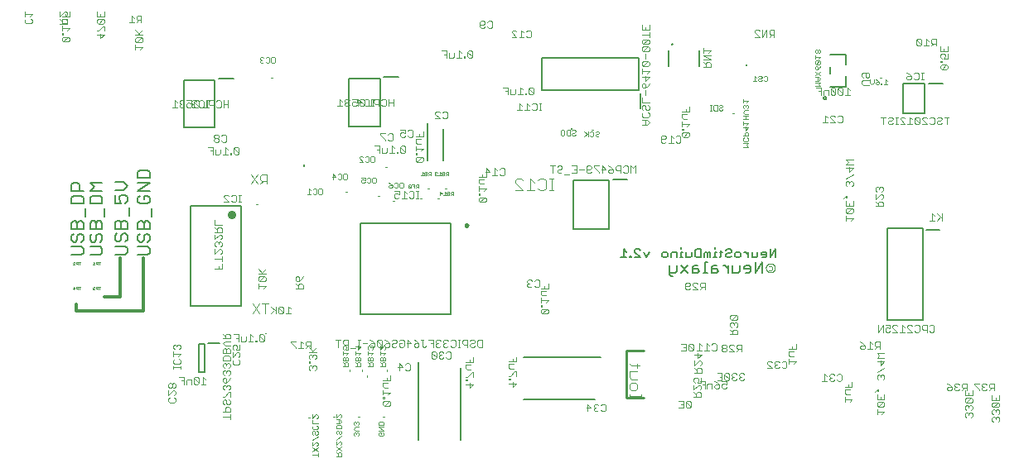
<source format=gbr>
G04 EAGLE Gerber RS-274X export*
G75*
%MOMM*%
%FSLAX34Y34*%
%LPD*%
%INSilkscreen Bottom*%
%IPPOS*%
%AMOC8*
5,1,8,0,0,1.08239X$1,22.5*%
G01*
%ADD10C,0.177800*%
%ADD11C,0.304800*%
%ADD12C,0.076200*%
%ADD13C,0.050800*%
%ADD14C,0.101600*%
%ADD15C,0.254000*%
%ADD16C,0.152400*%
%ADD17C,0.203200*%
%ADD18C,0.884400*%
%ADD19C,0.025400*%
%ADD20C,0.200000*%
%ADD21C,0.000000*%
%ADD22C,0.100000*%
%ADD23C,0.100000*%
%ADD24C,0.250000*%


D10*
X78816Y250731D02*
X89197Y250731D01*
X91273Y252807D01*
X91273Y256959D01*
X89197Y259035D01*
X78816Y259035D01*
X78816Y270057D02*
X80892Y272133D01*
X78816Y270057D02*
X78816Y265904D01*
X80892Y263828D01*
X82969Y263828D01*
X85045Y265904D01*
X85045Y270057D01*
X87121Y272133D01*
X89197Y272133D01*
X91273Y270057D01*
X91273Y265904D01*
X89197Y263828D01*
X91273Y276926D02*
X78816Y276926D01*
X78816Y283154D01*
X80892Y285230D01*
X82969Y285230D01*
X85045Y283154D01*
X87121Y285230D01*
X89197Y285230D01*
X91273Y283154D01*
X91273Y276926D01*
X85045Y276926D02*
X85045Y283154D01*
X93349Y290023D02*
X93349Y298327D01*
X91273Y303120D02*
X78816Y303120D01*
X91273Y303120D02*
X91273Y309348D01*
X89197Y311424D01*
X80892Y311424D01*
X78816Y309348D01*
X78816Y303120D01*
X78816Y316217D02*
X91273Y316217D01*
X82969Y320369D02*
X78816Y316217D01*
X82969Y320369D02*
X78816Y324522D01*
X91273Y324522D01*
X70147Y250731D02*
X59766Y250731D01*
X70147Y250731D02*
X72223Y252807D01*
X72223Y256959D01*
X70147Y259035D01*
X59766Y259035D01*
X59766Y270057D02*
X61842Y272133D01*
X59766Y270057D02*
X59766Y265904D01*
X61842Y263828D01*
X63919Y263828D01*
X65995Y265904D01*
X65995Y270057D01*
X68071Y272133D01*
X70147Y272133D01*
X72223Y270057D01*
X72223Y265904D01*
X70147Y263828D01*
X72223Y276926D02*
X59766Y276926D01*
X59766Y283154D01*
X61842Y285230D01*
X63919Y285230D01*
X65995Y283154D01*
X68071Y285230D01*
X70147Y285230D01*
X72223Y283154D01*
X72223Y276926D01*
X65995Y276926D02*
X65995Y283154D01*
X74299Y290023D02*
X74299Y298327D01*
X72223Y303120D02*
X59766Y303120D01*
X72223Y303120D02*
X72223Y309348D01*
X70147Y311424D01*
X61842Y311424D01*
X59766Y309348D01*
X59766Y303120D01*
X59766Y316217D02*
X72223Y316217D01*
X59766Y316217D02*
X59766Y322446D01*
X61842Y324522D01*
X65995Y324522D01*
X68071Y322446D01*
X68071Y316217D01*
D11*
X109942Y247810D02*
X109942Y207424D01*
X93940Y207424D01*
D10*
X104470Y251239D02*
X114851Y251239D01*
X116927Y253315D01*
X116927Y257467D01*
X114851Y259543D01*
X104470Y259543D01*
X104470Y270565D02*
X106546Y272641D01*
X104470Y270565D02*
X104470Y266412D01*
X106546Y264336D01*
X108623Y264336D01*
X110699Y266412D01*
X110699Y270565D01*
X112775Y272641D01*
X114851Y272641D01*
X116927Y270565D01*
X116927Y266412D01*
X114851Y264336D01*
X116927Y277434D02*
X104470Y277434D01*
X104470Y283662D01*
X106546Y285738D01*
X108623Y285738D01*
X110699Y283662D01*
X112775Y285738D01*
X114851Y285738D01*
X116927Y283662D01*
X116927Y277434D01*
X110699Y277434D02*
X110699Y283662D01*
X119003Y290531D02*
X119003Y298835D01*
X104470Y303628D02*
X104470Y311932D01*
X104470Y303628D02*
X110699Y303628D01*
X108623Y307780D01*
X108623Y309856D01*
X110699Y311932D01*
X114851Y311932D01*
X116927Y309856D01*
X116927Y305704D01*
X114851Y303628D01*
X112775Y316725D02*
X104470Y316725D01*
X112775Y316725D02*
X116927Y320877D01*
X112775Y325030D01*
X104470Y325030D01*
X127584Y250731D02*
X137965Y250731D01*
X140041Y252807D01*
X140041Y256959D01*
X137965Y259035D01*
X127584Y259035D01*
X127584Y270057D02*
X129660Y272133D01*
X127584Y270057D02*
X127584Y265904D01*
X129660Y263828D01*
X131737Y263828D01*
X133813Y265904D01*
X133813Y270057D01*
X135889Y272133D01*
X137965Y272133D01*
X140041Y270057D01*
X140041Y265904D01*
X137965Y263828D01*
X140041Y276926D02*
X127584Y276926D01*
X127584Y283154D01*
X129660Y285230D01*
X131737Y285230D01*
X133813Y283154D01*
X135889Y285230D01*
X137965Y285230D01*
X140041Y283154D01*
X140041Y276926D01*
X133813Y276926D02*
X133813Y283154D01*
X142117Y290023D02*
X142117Y298327D01*
X129660Y311424D02*
X127584Y309348D01*
X127584Y305196D01*
X129660Y303120D01*
X137965Y303120D01*
X140041Y305196D01*
X140041Y309348D01*
X137965Y311424D01*
X133813Y311424D01*
X133813Y307272D01*
X140041Y316217D02*
X127584Y316217D01*
X140041Y324522D01*
X127584Y324522D01*
X127584Y329315D02*
X140041Y329315D01*
X140041Y335543D01*
X137965Y337619D01*
X129660Y337619D01*
X127584Y335543D01*
X127584Y329315D01*
D11*
X133564Y247810D02*
X133564Y193454D01*
X64730Y193454D01*
X64730Y200312D01*
D12*
X281194Y197905D02*
X283651Y195448D01*
X281194Y197905D02*
X281194Y190533D01*
X283651Y190533D02*
X278737Y190533D01*
X276167Y191762D02*
X276167Y196677D01*
X274939Y197905D01*
X272481Y197905D01*
X271252Y196677D01*
X271252Y191762D01*
X272481Y190533D01*
X274939Y190533D01*
X276167Y191762D01*
X271252Y196677D01*
X268683Y197905D02*
X268683Y190533D01*
X268683Y192990D02*
X263768Y197905D01*
X267454Y194219D02*
X263768Y190533D01*
D13*
X745958Y361376D02*
X751551Y361376D01*
X749687Y363240D01*
X751551Y365104D01*
X745958Y365104D01*
X751551Y369785D02*
X750619Y370718D01*
X751551Y369785D02*
X751551Y367921D01*
X750619Y366989D01*
X746890Y366989D01*
X745958Y367921D01*
X745958Y369785D01*
X746890Y370718D01*
X745958Y372602D02*
X751551Y372602D01*
X751551Y375399D01*
X750619Y376331D01*
X748754Y376331D01*
X747822Y375399D01*
X747822Y372602D01*
X745958Y381012D02*
X751551Y381012D01*
X748754Y378215D01*
X748754Y381944D01*
X749687Y383828D02*
X751551Y385693D01*
X745958Y385693D01*
X745958Y387557D02*
X745958Y383828D01*
X745958Y389441D02*
X751551Y389441D01*
X748754Y389441D02*
X748754Y393170D01*
X745958Y393170D02*
X751551Y393170D01*
X751551Y395055D02*
X747822Y395055D01*
X745958Y396919D01*
X747822Y398783D01*
X751551Y398783D01*
X750619Y400668D02*
X751551Y401600D01*
X751551Y403464D01*
X750619Y404396D01*
X749687Y404396D01*
X748754Y403464D01*
X748754Y402532D01*
X748754Y403464D02*
X747822Y404396D01*
X746890Y404396D01*
X745958Y403464D01*
X745958Y401600D01*
X746890Y400668D01*
X749687Y406281D02*
X751551Y408145D01*
X745958Y408145D01*
X745958Y406281D02*
X745958Y410009D01*
D14*
X630388Y107826D02*
X630388Y103928D01*
X630388Y105877D02*
X642082Y105877D01*
X642082Y103928D02*
X642082Y107826D01*
X630388Y113673D02*
X630388Y117571D01*
X632337Y119520D01*
X636235Y119520D01*
X638184Y117571D01*
X638184Y113673D01*
X636235Y111724D01*
X632337Y111724D01*
X630388Y113673D01*
X632337Y123418D02*
X638184Y123418D01*
X632337Y123418D02*
X630388Y125367D01*
X630388Y131214D01*
X638184Y131214D01*
X640133Y137061D02*
X632337Y137061D01*
X630388Y139010D01*
X638184Y139010D02*
X638184Y135112D01*
D15*
X645120Y152560D02*
X627340Y152560D01*
X627340Y104300D01*
X645120Y104300D01*
D16*
X779740Y248064D02*
X779740Y256707D01*
X773978Y248064D01*
X773978Y256707D01*
X768944Y248064D02*
X766063Y248064D01*
X768944Y248064D02*
X770385Y249505D01*
X770385Y252386D01*
X768944Y253826D01*
X766063Y253826D01*
X764623Y252386D01*
X764623Y250945D01*
X770385Y250945D01*
X761030Y249505D02*
X761030Y253826D01*
X761030Y249505D02*
X759589Y248064D01*
X755267Y248064D01*
X755267Y253826D01*
X751674Y253826D02*
X751674Y248064D01*
X751674Y250945D02*
X748793Y253826D01*
X747353Y253826D01*
X742438Y248064D02*
X739557Y248064D01*
X738116Y249505D01*
X738116Y252386D01*
X739557Y253826D01*
X742438Y253826D01*
X743878Y252386D01*
X743878Y249505D01*
X742438Y248064D01*
X730202Y256707D02*
X728761Y255267D01*
X730202Y256707D02*
X733083Y256707D01*
X734523Y255267D01*
X734523Y253826D01*
X733083Y252386D01*
X730202Y252386D01*
X728761Y250945D01*
X728761Y249505D01*
X730202Y248064D01*
X733083Y248064D01*
X734523Y249505D01*
X723728Y249505D02*
X723728Y255267D01*
X723728Y249505D02*
X722287Y248064D01*
X722287Y253826D02*
X725168Y253826D01*
X718931Y253826D02*
X717491Y253826D01*
X717491Y248064D01*
X718931Y248064D02*
X716050Y248064D01*
X717491Y256707D02*
X717491Y258148D01*
X712695Y253826D02*
X712695Y248064D01*
X712695Y253826D02*
X711254Y253826D01*
X709813Y252386D01*
X709813Y248064D01*
X709813Y252386D02*
X708373Y253826D01*
X706932Y252386D01*
X706932Y248064D01*
X703339Y248064D02*
X703339Y256707D01*
X703339Y248064D02*
X699018Y248064D01*
X697577Y249505D01*
X697577Y255267D01*
X699018Y256707D01*
X703339Y256707D01*
X693984Y253826D02*
X693984Y249505D01*
X692544Y248064D01*
X688222Y248064D01*
X688222Y253826D01*
X684629Y253826D02*
X683188Y253826D01*
X683188Y248064D01*
X681748Y248064D02*
X684629Y248064D01*
X683188Y256707D02*
X683188Y258148D01*
X678392Y253826D02*
X678392Y248064D01*
X678392Y253826D02*
X674071Y253826D01*
X672630Y252386D01*
X672630Y248064D01*
X667596Y248064D02*
X664715Y248064D01*
X663275Y249505D01*
X663275Y252386D01*
X664715Y253826D01*
X667596Y253826D01*
X669037Y252386D01*
X669037Y249505D01*
X667596Y248064D01*
X650327Y253826D02*
X647446Y248064D01*
X644564Y253826D01*
X640971Y248064D02*
X635209Y248064D01*
X640971Y248064D02*
X635209Y253826D01*
X635209Y255267D01*
X636650Y256707D01*
X639531Y256707D01*
X640971Y255267D01*
X631616Y249505D02*
X631616Y248064D01*
X631616Y249505D02*
X630176Y249505D01*
X630176Y248064D01*
X631616Y248064D01*
X626939Y253826D02*
X624058Y256707D01*
X624058Y248064D01*
X626939Y248064D02*
X621176Y248064D01*
D13*
X772456Y238839D02*
X775252Y238839D01*
X776184Y237906D01*
X776184Y236042D01*
X775252Y235110D01*
X772456Y235110D01*
D14*
X769580Y237396D02*
X769582Y237531D01*
X769588Y237666D01*
X769598Y237800D01*
X769612Y237934D01*
X769630Y238068D01*
X769651Y238201D01*
X769677Y238333D01*
X769707Y238465D01*
X769740Y238596D01*
X769777Y238725D01*
X769819Y238854D01*
X769863Y238981D01*
X769912Y239107D01*
X769964Y239231D01*
X770020Y239354D01*
X770080Y239475D01*
X770143Y239594D01*
X770209Y239711D01*
X770279Y239826D01*
X770353Y239940D01*
X770430Y240051D01*
X770509Y240159D01*
X770593Y240265D01*
X770679Y240369D01*
X770768Y240470D01*
X770860Y240569D01*
X770955Y240664D01*
X771053Y240757D01*
X771153Y240847D01*
X771256Y240934D01*
X771362Y241018D01*
X771470Y241099D01*
X771580Y241176D01*
X771693Y241250D01*
X771808Y241321D01*
X771925Y241389D01*
X772043Y241453D01*
X772164Y241513D01*
X772286Y241570D01*
X772410Y241623D01*
X772536Y241673D01*
X772662Y241719D01*
X772791Y241761D01*
X772920Y241799D01*
X773050Y241833D01*
X773182Y241864D01*
X773314Y241891D01*
X773447Y241913D01*
X773580Y241932D01*
X773714Y241947D01*
X773849Y241958D01*
X773983Y241965D01*
X774118Y241968D01*
X774253Y241967D01*
X774388Y241962D01*
X774522Y241953D01*
X774657Y241940D01*
X774791Y241923D01*
X774924Y241902D01*
X775056Y241878D01*
X775188Y241849D01*
X775319Y241817D01*
X775449Y241780D01*
X775578Y241740D01*
X775705Y241696D01*
X775831Y241648D01*
X775956Y241597D01*
X776079Y241542D01*
X776201Y241483D01*
X776320Y241421D01*
X776438Y241355D01*
X776554Y241286D01*
X776667Y241214D01*
X776779Y241138D01*
X776888Y241059D01*
X776995Y240977D01*
X777099Y240891D01*
X777201Y240803D01*
X777300Y240711D01*
X777397Y240617D01*
X777490Y240520D01*
X777581Y240420D01*
X777669Y240318D01*
X777753Y240213D01*
X777835Y240105D01*
X777913Y239995D01*
X777988Y239883D01*
X778060Y239769D01*
X778128Y239653D01*
X778193Y239534D01*
X778254Y239414D01*
X778312Y239292D01*
X778366Y239169D01*
X778417Y239044D01*
X778463Y238917D01*
X778506Y238790D01*
X778546Y238661D01*
X778581Y238530D01*
X778613Y238399D01*
X778640Y238267D01*
X778664Y238135D01*
X778684Y238001D01*
X778700Y237867D01*
X778712Y237733D01*
X778720Y237598D01*
X778724Y237463D01*
X778724Y237329D01*
X778720Y237194D01*
X778712Y237059D01*
X778700Y236925D01*
X778684Y236791D01*
X778664Y236657D01*
X778640Y236525D01*
X778613Y236393D01*
X778581Y236262D01*
X778546Y236131D01*
X778506Y236002D01*
X778463Y235875D01*
X778417Y235748D01*
X778366Y235623D01*
X778312Y235500D01*
X778254Y235378D01*
X778193Y235258D01*
X778128Y235139D01*
X778060Y235023D01*
X777988Y234909D01*
X777913Y234797D01*
X777835Y234687D01*
X777753Y234579D01*
X777669Y234474D01*
X777581Y234372D01*
X777490Y234272D01*
X777397Y234175D01*
X777300Y234081D01*
X777201Y233989D01*
X777099Y233901D01*
X776995Y233815D01*
X776888Y233733D01*
X776779Y233654D01*
X776667Y233578D01*
X776554Y233506D01*
X776438Y233437D01*
X776320Y233371D01*
X776201Y233309D01*
X776079Y233250D01*
X775956Y233195D01*
X775831Y233144D01*
X775705Y233096D01*
X775578Y233052D01*
X775449Y233012D01*
X775319Y232975D01*
X775188Y232943D01*
X775056Y232914D01*
X774924Y232890D01*
X774791Y232869D01*
X774657Y232852D01*
X774522Y232839D01*
X774388Y232830D01*
X774253Y232825D01*
X774118Y232824D01*
X773983Y232827D01*
X773849Y232834D01*
X773714Y232845D01*
X773580Y232860D01*
X773447Y232879D01*
X773314Y232901D01*
X773182Y232928D01*
X773050Y232959D01*
X772920Y232993D01*
X772791Y233031D01*
X772662Y233073D01*
X772536Y233119D01*
X772410Y233169D01*
X772286Y233222D01*
X772164Y233279D01*
X772043Y233339D01*
X771925Y233403D01*
X771808Y233471D01*
X771693Y233542D01*
X771580Y233616D01*
X771470Y233693D01*
X771362Y233774D01*
X771256Y233858D01*
X771153Y233945D01*
X771053Y234035D01*
X770955Y234128D01*
X770860Y234223D01*
X770768Y234322D01*
X770679Y234423D01*
X770593Y234527D01*
X770509Y234633D01*
X770430Y234741D01*
X770353Y234852D01*
X770279Y234966D01*
X770209Y235081D01*
X770143Y235198D01*
X770080Y235317D01*
X770020Y235438D01*
X769964Y235561D01*
X769912Y235685D01*
X769863Y235811D01*
X769819Y235938D01*
X769777Y236067D01*
X769740Y236196D01*
X769707Y236327D01*
X769677Y236459D01*
X769651Y236591D01*
X769630Y236724D01*
X769612Y236858D01*
X769598Y236992D01*
X769588Y237126D01*
X769582Y237261D01*
X769580Y237396D01*
D17*
X766024Y232570D02*
X766024Y243247D01*
X758906Y232570D01*
X758906Y243247D01*
X752551Y232570D02*
X748991Y232570D01*
X752551Y232570D02*
X754330Y234350D01*
X754330Y237909D01*
X752551Y239688D01*
X748991Y239688D01*
X747212Y237909D01*
X747212Y236129D01*
X754330Y236129D01*
X742636Y234350D02*
X742636Y239688D01*
X742636Y234350D02*
X740857Y232570D01*
X735518Y232570D01*
X735518Y239688D01*
X730942Y239688D02*
X730942Y232570D01*
X730942Y236129D02*
X727383Y239688D01*
X725604Y239688D01*
X719418Y239688D02*
X715859Y239688D01*
X714079Y237909D01*
X714079Y232570D01*
X719418Y232570D01*
X721197Y234350D01*
X719418Y236129D01*
X714079Y236129D01*
X709503Y243247D02*
X707724Y243247D01*
X707724Y232570D01*
X709503Y232570D02*
X705944Y232570D01*
X699928Y239688D02*
X696369Y239688D01*
X694589Y237909D01*
X694589Y232570D01*
X699928Y232570D01*
X701707Y234350D01*
X699928Y236129D01*
X694589Y236129D01*
X690013Y239688D02*
X682895Y232570D01*
X690013Y232570D02*
X682895Y239688D01*
X678319Y239688D02*
X678319Y234350D01*
X676540Y232570D01*
X671201Y232570D01*
X671201Y230791D02*
X671201Y239688D01*
X671201Y230791D02*
X672981Y229011D01*
X674760Y229011D01*
D13*
X819618Y423402D02*
X825211Y423402D01*
X823347Y425266D01*
X825211Y427131D01*
X819618Y427131D01*
X819618Y429015D02*
X823347Y429015D01*
X825211Y430880D01*
X823347Y432744D01*
X819618Y432744D01*
X822414Y432744D02*
X822414Y429015D01*
X825211Y434628D02*
X819618Y438357D01*
X819618Y434628D02*
X825211Y438357D01*
X824279Y442106D02*
X825211Y443970D01*
X824279Y442106D02*
X822414Y440241D01*
X820550Y440241D01*
X819618Y441174D01*
X819618Y443038D01*
X820550Y443970D01*
X821482Y443970D01*
X822414Y443038D01*
X822414Y440241D01*
X820550Y445855D02*
X824279Y445855D01*
X825211Y446787D01*
X825211Y448651D01*
X824279Y449583D01*
X820550Y449583D01*
X819618Y448651D01*
X819618Y446787D01*
X820550Y445855D01*
X824279Y449583D01*
X823347Y451468D02*
X825211Y453332D01*
X819618Y453332D01*
X819618Y451468D02*
X819618Y455196D01*
X824279Y457081D02*
X825211Y458013D01*
X825211Y459877D01*
X824279Y460809D01*
X823347Y460809D01*
X822414Y459877D01*
X821482Y460809D01*
X820550Y460809D01*
X819618Y459877D01*
X819618Y458013D01*
X820550Y457081D01*
X821482Y457081D01*
X822414Y458013D01*
X823347Y457081D01*
X824279Y457081D01*
X822414Y458013D02*
X822414Y459877D01*
D17*
X233270Y300720D02*
X233270Y198720D01*
X181270Y198720D01*
X181270Y300720D01*
X233270Y300720D01*
D18*
X223520Y291720D03*
D12*
X230731Y304861D02*
X233188Y304861D01*
X231959Y304861D02*
X231959Y312233D01*
X230731Y312233D02*
X233188Y312233D01*
X224512Y312233D02*
X223284Y311005D01*
X224512Y312233D02*
X226970Y312233D01*
X228199Y311005D01*
X228199Y306090D01*
X226970Y304861D01*
X224512Y304861D01*
X223284Y306090D01*
X220714Y304861D02*
X215800Y304861D01*
X220714Y304861D02*
X215800Y309776D01*
X215800Y311005D01*
X217028Y312233D01*
X219486Y312233D01*
X220714Y311005D01*
X213695Y236711D02*
X206323Y236711D01*
X213695Y236711D02*
X213695Y241626D01*
X210009Y239168D02*
X210009Y236711D01*
X206323Y246652D02*
X213695Y246652D01*
X213695Y244195D02*
X213695Y249110D01*
X206323Y251679D02*
X206323Y256594D01*
X206323Y251679D02*
X211238Y256594D01*
X212467Y256594D01*
X213695Y255365D01*
X213695Y252908D01*
X212467Y251679D01*
X212467Y259163D02*
X213695Y260392D01*
X213695Y262850D01*
X212467Y264078D01*
X211238Y264078D01*
X210009Y262850D01*
X210009Y261621D01*
X210009Y262850D02*
X208780Y264078D01*
X207552Y264078D01*
X206323Y262850D01*
X206323Y260392D01*
X207552Y259163D01*
X206323Y266648D02*
X206323Y271562D01*
X206323Y266648D02*
X211238Y271562D01*
X212467Y271562D01*
X213695Y270334D01*
X213695Y267876D01*
X212467Y266648D01*
X213695Y274132D02*
X206323Y274132D01*
X213695Y274132D02*
X213695Y277818D01*
X212467Y279047D01*
X210009Y279047D01*
X208780Y277818D01*
X208780Y274132D01*
X208780Y276589D02*
X206323Y279047D01*
X206323Y281616D02*
X213695Y281616D01*
X206323Y281616D02*
X206323Y286531D01*
X289081Y216231D02*
X296453Y216231D01*
X296453Y219917D01*
X295225Y221146D01*
X292767Y221146D01*
X291538Y219917D01*
X291538Y216231D01*
X291538Y218688D02*
X289081Y221146D01*
X295225Y226173D02*
X296453Y228630D01*
X295225Y226173D02*
X292767Y223715D01*
X290310Y223715D01*
X289081Y224944D01*
X289081Y227401D01*
X290310Y228630D01*
X291538Y228630D01*
X292767Y227401D01*
X292767Y223715D01*
X258353Y218688D02*
X255896Y216231D01*
X258353Y218688D02*
X250981Y218688D01*
X250981Y216231D02*
X250981Y221146D01*
X252210Y223715D02*
X257125Y223715D01*
X258353Y224944D01*
X258353Y227401D01*
X257125Y228630D01*
X252210Y228630D01*
X250981Y227401D01*
X250981Y224944D01*
X252210Y223715D01*
X257125Y228630D01*
X258353Y231199D02*
X250981Y231199D01*
X253438Y231199D02*
X258353Y236114D01*
X254667Y232428D02*
X250981Y236114D01*
X131087Y488543D02*
X131087Y495915D01*
X127401Y495915D01*
X126172Y494687D01*
X126172Y492229D01*
X127401Y491000D01*
X131087Y491000D01*
X128630Y491000D02*
X126172Y488543D01*
X123603Y493458D02*
X121146Y495915D01*
X121146Y488543D01*
X123603Y488543D02*
X118688Y488543D01*
X132495Y463446D02*
X130038Y460989D01*
X132495Y463446D02*
X125123Y463446D01*
X125123Y460989D02*
X125123Y465903D01*
X126352Y468473D02*
X131267Y468473D01*
X132495Y469701D01*
X132495Y472159D01*
X131267Y473388D01*
X126352Y473388D01*
X125123Y472159D01*
X125123Y469701D01*
X126352Y468473D01*
X131267Y473388D01*
X132495Y475957D02*
X125123Y475957D01*
X127580Y475957D02*
X132495Y480872D01*
X128809Y477186D02*
X125123Y480872D01*
X19535Y491319D02*
X18307Y492548D01*
X19535Y491319D02*
X19535Y488861D01*
X18307Y487633D01*
X13392Y487633D01*
X12163Y488861D01*
X12163Y491319D01*
X13392Y492548D01*
X17078Y495117D02*
X19535Y497574D01*
X12163Y497574D01*
X12163Y495117D02*
X12163Y500032D01*
X51492Y468922D02*
X56407Y468922D01*
X57635Y470151D01*
X57635Y472608D01*
X56407Y473837D01*
X51492Y473837D01*
X50263Y472608D01*
X50263Y470151D01*
X51492Y468922D01*
X56407Y473837D01*
X51492Y476406D02*
X50263Y476406D01*
X51492Y476406D02*
X51492Y477635D01*
X50263Y477635D01*
X50263Y476406D01*
X55178Y480149D02*
X57635Y482606D01*
X50263Y482606D01*
X50263Y480149D02*
X50263Y485063D01*
X51492Y487633D02*
X55178Y487633D01*
X51492Y487633D02*
X50263Y488861D01*
X50263Y492548D01*
X55178Y492548D01*
X57635Y495117D02*
X50263Y495117D01*
X57635Y495117D02*
X57635Y500032D01*
X53949Y497574D02*
X53949Y495117D01*
X230627Y143513D02*
X231855Y142285D01*
X231855Y139827D01*
X230627Y138599D01*
X225712Y138599D01*
X224483Y139827D01*
X224483Y142285D01*
X225712Y143513D01*
X224483Y146083D02*
X224483Y150998D01*
X224483Y146083D02*
X229398Y150998D01*
X230627Y150998D01*
X231855Y149769D01*
X231855Y147311D01*
X230627Y146083D01*
X231855Y153567D02*
X231855Y158482D01*
X231855Y153567D02*
X228169Y153567D01*
X229398Y156024D01*
X229398Y157253D01*
X228169Y158482D01*
X225712Y158482D01*
X224483Y157253D01*
X224483Y154796D01*
X225712Y153567D01*
X256609Y163200D02*
X256609Y168115D01*
X255380Y169343D01*
X252923Y169343D01*
X251694Y168115D01*
X251694Y163200D01*
X252923Y161971D01*
X255380Y161971D01*
X256609Y163200D01*
X251694Y168115D01*
X249125Y163200D02*
X249125Y161971D01*
X249125Y163200D02*
X247896Y163200D01*
X247896Y161971D01*
X249125Y161971D01*
X245383Y166886D02*
X242925Y169343D01*
X242925Y161971D01*
X240468Y161971D02*
X245383Y161971D01*
X237899Y163200D02*
X237899Y166886D01*
X237899Y163200D02*
X236670Y161971D01*
X232984Y161971D01*
X232984Y166886D01*
X230414Y169343D02*
X230414Y161971D01*
X230414Y169343D02*
X225500Y169343D01*
X227957Y165657D02*
X230414Y165657D01*
X166273Y103267D02*
X165045Y104496D01*
X166273Y103267D02*
X166273Y100810D01*
X165045Y99581D01*
X160130Y99581D01*
X158901Y100810D01*
X158901Y103267D01*
X160130Y104496D01*
X158901Y107065D02*
X158901Y111980D01*
X158901Y107065D02*
X163816Y111980D01*
X165045Y111980D01*
X166273Y110751D01*
X166273Y108294D01*
X165045Y107065D01*
X165045Y114549D02*
X166273Y115778D01*
X166273Y118235D01*
X165045Y119464D01*
X163816Y119464D01*
X162587Y118235D01*
X161358Y119464D01*
X160130Y119464D01*
X158901Y118235D01*
X158901Y115778D01*
X160130Y114549D01*
X161358Y114549D01*
X162587Y115778D01*
X163816Y114549D01*
X165045Y114549D01*
X162587Y115778D02*
X162587Y118235D01*
X194678Y125705D02*
X197136Y123248D01*
X194678Y125705D02*
X194678Y118333D01*
X192221Y118333D02*
X197136Y118333D01*
X189651Y119562D02*
X189651Y124477D01*
X188423Y125705D01*
X185965Y125705D01*
X184737Y124477D01*
X184737Y119562D01*
X185965Y118333D01*
X188423Y118333D01*
X189651Y119562D01*
X184737Y124477D01*
X182167Y123248D02*
X182167Y118333D01*
X182167Y123248D02*
X178481Y123248D01*
X177252Y122019D01*
X177252Y118333D01*
X174683Y118333D02*
X174683Y125705D01*
X169768Y125705D01*
X172226Y122019D02*
X174683Y122019D01*
X55265Y487413D02*
X47893Y487413D01*
X55265Y487413D02*
X55265Y491099D01*
X54037Y492328D01*
X51579Y492328D01*
X50350Y491099D01*
X50350Y487413D01*
X50350Y489870D02*
X47893Y492328D01*
X47893Y494897D02*
X47893Y499812D01*
X47893Y494897D02*
X52808Y499812D01*
X54037Y499812D01*
X55265Y498583D01*
X55265Y496126D01*
X54037Y494897D01*
X85993Y476131D02*
X93365Y476131D01*
X89679Y472444D01*
X89679Y477359D01*
X93365Y479929D02*
X93365Y484843D01*
X92137Y484843D01*
X87222Y479929D01*
X85993Y479929D01*
X87222Y487413D02*
X92137Y487413D01*
X93365Y488641D01*
X93365Y491099D01*
X92137Y492328D01*
X87222Y492328D01*
X85993Y491099D01*
X85993Y488641D01*
X87222Y487413D01*
X92137Y492328D01*
X93365Y494897D02*
X93365Y499812D01*
X93365Y494897D02*
X85993Y494897D01*
X85993Y499812D01*
X89679Y497354D02*
X89679Y494897D01*
X533144Y223855D02*
X534373Y225083D01*
X536830Y225083D01*
X538059Y223855D01*
X538059Y218940D01*
X536830Y217711D01*
X534373Y217711D01*
X533144Y218940D01*
X530575Y223855D02*
X529346Y225083D01*
X526889Y225083D01*
X525660Y223855D01*
X525660Y222626D01*
X526889Y221397D01*
X528117Y221397D01*
X526889Y221397D02*
X525660Y220168D01*
X525660Y218940D01*
X526889Y217711D01*
X529346Y217711D01*
X530575Y218940D01*
X540812Y190382D02*
X545727Y190382D01*
X546955Y191611D01*
X546955Y194068D01*
X545727Y195297D01*
X540812Y195297D01*
X539583Y194068D01*
X539583Y191611D01*
X540812Y190382D01*
X545727Y195297D01*
X540812Y197866D02*
X539583Y197866D01*
X540812Y197866D02*
X540812Y199095D01*
X539583Y199095D01*
X539583Y197866D01*
X544498Y201609D02*
X546955Y204066D01*
X539583Y204066D01*
X539583Y201609D02*
X539583Y206523D01*
X540812Y209093D02*
X544498Y209093D01*
X540812Y209093D02*
X539583Y210321D01*
X539583Y214008D01*
X544498Y214008D01*
X546955Y216577D02*
X539583Y216577D01*
X546955Y216577D02*
X546955Y221492D01*
X543269Y219034D02*
X543269Y216577D01*
X402211Y139625D02*
X400982Y138397D01*
X402211Y139625D02*
X404669Y139625D01*
X405897Y138397D01*
X405897Y133482D01*
X404669Y132253D01*
X402211Y132253D01*
X400982Y133482D01*
X394727Y132253D02*
X394727Y139625D01*
X398413Y135939D01*
X393498Y135939D01*
X384577Y96212D02*
X379662Y96212D01*
X384577Y96212D02*
X385805Y97441D01*
X385805Y99898D01*
X384577Y101127D01*
X379662Y101127D01*
X378433Y99898D01*
X378433Y97441D01*
X379662Y96212D01*
X384577Y101127D01*
X379662Y103696D02*
X378433Y103696D01*
X379662Y103696D02*
X379662Y104925D01*
X378433Y104925D01*
X378433Y103696D01*
X383348Y107439D02*
X385805Y109896D01*
X378433Y109896D01*
X378433Y107439D02*
X378433Y112353D01*
X379662Y114923D02*
X383348Y114923D01*
X379662Y114923D02*
X378433Y116151D01*
X378433Y119838D01*
X383348Y119838D01*
X385805Y122407D02*
X378433Y122407D01*
X385805Y122407D02*
X385805Y127322D01*
X382119Y124864D02*
X382119Y122407D01*
X403604Y377525D02*
X404833Y378753D01*
X407290Y378753D01*
X408519Y377525D01*
X408519Y372610D01*
X407290Y371381D01*
X404833Y371381D01*
X403604Y372610D01*
X401035Y378753D02*
X396120Y378753D01*
X401035Y378753D02*
X401035Y375067D01*
X398577Y376296D01*
X397349Y376296D01*
X396120Y375067D01*
X396120Y372610D01*
X397349Y371381D01*
X399806Y371381D01*
X401035Y372610D01*
X413050Y345981D02*
X417965Y345981D01*
X419193Y347210D01*
X419193Y349667D01*
X417965Y350896D01*
X413050Y350896D01*
X411821Y349667D01*
X411821Y347210D01*
X413050Y345981D01*
X417965Y350896D01*
X413050Y353465D02*
X411821Y353465D01*
X413050Y353465D02*
X413050Y354694D01*
X411821Y354694D01*
X411821Y353465D01*
X416736Y357207D02*
X419193Y359665D01*
X411821Y359665D01*
X411821Y362122D02*
X411821Y357207D01*
X413050Y364691D02*
X416736Y364691D01*
X413050Y364691D02*
X411821Y365920D01*
X411821Y369606D01*
X416736Y369606D01*
X419193Y372176D02*
X411821Y372176D01*
X419193Y372176D02*
X419193Y377090D01*
X415507Y374633D02*
X415507Y372176D01*
D19*
X88401Y217713D02*
X88401Y214917D01*
X89333Y217713D02*
X87469Y217713D01*
X86526Y217713D02*
X86526Y214917D01*
X86526Y217713D02*
X85128Y217713D01*
X84662Y217247D01*
X84662Y216315D01*
X85128Y215849D01*
X86526Y215849D01*
X83720Y217247D02*
X83254Y217713D01*
X82322Y217713D01*
X81856Y217247D01*
X81856Y216781D01*
X82322Y216315D01*
X82788Y216315D01*
X82322Y216315D02*
X81856Y215849D01*
X81856Y215383D01*
X82322Y214917D01*
X83254Y214917D01*
X83720Y215383D01*
X68111Y214917D02*
X68111Y217713D01*
X69043Y217713D02*
X67179Y217713D01*
X66236Y217713D02*
X66236Y214917D01*
X66236Y217713D02*
X64838Y217713D01*
X64372Y217247D01*
X64372Y216315D01*
X64838Y215849D01*
X66236Y215849D01*
X62032Y214917D02*
X62032Y217713D01*
X63430Y216315D01*
X61566Y216315D01*
X68111Y240317D02*
X68111Y243113D01*
X69043Y243113D02*
X67179Y243113D01*
X66236Y243113D02*
X66236Y240317D01*
X66236Y243113D02*
X64838Y243113D01*
X64372Y242647D01*
X64372Y241715D01*
X64838Y241249D01*
X66236Y241249D01*
X63430Y240317D02*
X61566Y240317D01*
X63430Y240317D02*
X61566Y242181D01*
X61566Y242647D01*
X62032Y243113D01*
X62964Y243113D01*
X63430Y242647D01*
X88401Y243113D02*
X88401Y240317D01*
X89333Y243113D02*
X87469Y243113D01*
X86526Y243113D02*
X86526Y240317D01*
X86526Y243113D02*
X85128Y243113D01*
X84662Y242647D01*
X84662Y241715D01*
X85128Y241249D01*
X86526Y241249D01*
X83720Y242181D02*
X82788Y243113D01*
X82788Y240317D01*
X83720Y240317D02*
X81856Y240317D01*
D20*
X343320Y430960D02*
X375420Y430960D01*
X343320Y430960D02*
X343320Y382160D01*
X375420Y382160D01*
X375420Y430960D01*
X378920Y432610D02*
X394120Y432610D01*
D12*
X368968Y402877D02*
X366510Y402877D01*
X367739Y402877D02*
X367739Y410249D01*
X368968Y410249D02*
X366510Y410249D01*
X360292Y410249D02*
X359064Y409021D01*
X360292Y410249D02*
X362750Y410249D01*
X363978Y409021D01*
X363978Y404106D01*
X362750Y402877D01*
X360292Y402877D01*
X359064Y404106D01*
X352808Y402877D02*
X352808Y410249D01*
X356494Y406563D01*
X351579Y406563D01*
X388926Y402877D02*
X388926Y410249D01*
X388926Y406563D02*
X384011Y406563D01*
X384011Y410249D02*
X384011Y402877D01*
X377755Y410249D02*
X376527Y409021D01*
X377755Y410249D02*
X380213Y410249D01*
X381441Y409021D01*
X381441Y404106D01*
X380213Y402877D01*
X377755Y402877D01*
X376527Y404106D01*
X373957Y402877D02*
X373957Y410249D01*
X370271Y410249D01*
X369042Y409021D01*
X369042Y406563D01*
X370271Y405334D01*
X373957Y405334D01*
X366473Y402877D02*
X366473Y410249D01*
X366473Y402877D02*
X361558Y402877D01*
X358989Y404106D02*
X358989Y409021D01*
X357760Y410249D01*
X355303Y410249D01*
X354074Y409021D01*
X354074Y404106D01*
X355303Y402877D01*
X357760Y402877D01*
X358989Y404106D01*
X354074Y409021D01*
X351505Y410249D02*
X346590Y410249D01*
X351505Y410249D02*
X351505Y406563D01*
X349047Y407792D01*
X347819Y407792D01*
X346590Y406563D01*
X346590Y404106D01*
X347819Y402877D01*
X350276Y402877D01*
X351505Y404106D01*
X344021Y409021D02*
X342792Y410249D01*
X340335Y410249D01*
X339106Y409021D01*
X339106Y407792D01*
X340335Y406563D01*
X341563Y406563D01*
X340335Y406563D02*
X339106Y405334D01*
X339106Y404106D01*
X340335Y402877D01*
X342792Y402877D01*
X344021Y404106D01*
X336537Y407792D02*
X334079Y410249D01*
X334079Y402877D01*
X331622Y402877D02*
X336537Y402877D01*
D20*
X206510Y429690D02*
X174410Y429690D01*
X174410Y380890D01*
X206510Y380890D01*
X206510Y429690D01*
X210010Y431340D02*
X225210Y431340D01*
D12*
X200058Y401607D02*
X197600Y401607D01*
X198829Y401607D02*
X198829Y408979D01*
X200058Y408979D02*
X197600Y408979D01*
X191382Y408979D02*
X190154Y407751D01*
X191382Y408979D02*
X193840Y408979D01*
X195068Y407751D01*
X195068Y402836D01*
X193840Y401607D01*
X191382Y401607D01*
X190154Y402836D01*
X187584Y407751D02*
X186356Y408979D01*
X183898Y408979D01*
X182669Y407751D01*
X182669Y406522D01*
X183898Y405293D01*
X185127Y405293D01*
X183898Y405293D02*
X182669Y404064D01*
X182669Y402836D01*
X183898Y401607D01*
X186356Y401607D01*
X187584Y402836D01*
X220016Y401607D02*
X220016Y408979D01*
X220016Y405293D02*
X215101Y405293D01*
X215101Y408979D02*
X215101Y401607D01*
X208845Y408979D02*
X207617Y407751D01*
X208845Y408979D02*
X211303Y408979D01*
X212531Y407751D01*
X212531Y402836D01*
X211303Y401607D01*
X208845Y401607D01*
X207617Y402836D01*
X205047Y401607D02*
X205047Y408979D01*
X201361Y408979D01*
X200132Y407751D01*
X200132Y405293D01*
X201361Y404064D01*
X205047Y404064D01*
X197563Y401607D02*
X197563Y408979D01*
X197563Y401607D02*
X192648Y401607D01*
X190079Y402836D02*
X190079Y407751D01*
X188850Y408979D01*
X186393Y408979D01*
X185164Y407751D01*
X185164Y402836D01*
X186393Y401607D01*
X188850Y401607D01*
X190079Y402836D01*
X185164Y407751D01*
X182595Y408979D02*
X177680Y408979D01*
X182595Y408979D02*
X182595Y405293D01*
X180137Y406522D01*
X178909Y406522D01*
X177680Y405293D01*
X177680Y402836D01*
X178909Y401607D01*
X181366Y401607D01*
X182595Y402836D01*
X175111Y407751D02*
X173882Y408979D01*
X171425Y408979D01*
X170196Y407751D01*
X170196Y406522D01*
X171425Y405293D01*
X172653Y405293D01*
X171425Y405293D02*
X170196Y404064D01*
X170196Y402836D01*
X171425Y401607D01*
X173882Y401607D01*
X175111Y402836D01*
X167627Y406522D02*
X165169Y408979D01*
X165169Y401607D01*
X162712Y401607D02*
X167627Y401607D01*
X213104Y372445D02*
X214333Y373673D01*
X216790Y373673D01*
X218019Y372445D01*
X218019Y367530D01*
X216790Y366301D01*
X214333Y366301D01*
X213104Y367530D01*
X210535Y372445D02*
X209306Y373673D01*
X206849Y373673D01*
X205620Y372445D01*
X205620Y371216D01*
X206849Y369987D01*
X205620Y368758D01*
X205620Y367530D01*
X206849Y366301D01*
X209306Y366301D01*
X210535Y367530D01*
X210535Y368758D01*
X209306Y369987D01*
X210535Y371216D01*
X210535Y372445D01*
X209306Y369987D02*
X206849Y369987D01*
X230719Y359745D02*
X230719Y354830D01*
X230719Y359745D02*
X229490Y360973D01*
X227033Y360973D01*
X225804Y359745D01*
X225804Y354830D01*
X227033Y353601D01*
X229490Y353601D01*
X230719Y354830D01*
X225804Y359745D01*
X223235Y354830D02*
X223235Y353601D01*
X223235Y354830D02*
X222006Y354830D01*
X222006Y353601D01*
X223235Y353601D01*
X219493Y358516D02*
X217035Y360973D01*
X217035Y353601D01*
X214578Y353601D02*
X219493Y353601D01*
X212009Y354830D02*
X212009Y358516D01*
X212009Y354830D02*
X210780Y353601D01*
X207094Y353601D01*
X207094Y358516D01*
X204524Y360973D02*
X204524Y353601D01*
X204524Y360973D02*
X199610Y360973D01*
X202067Y357287D02*
X204524Y357287D01*
X383284Y373715D02*
X384513Y374943D01*
X386970Y374943D01*
X388199Y373715D01*
X388199Y368800D01*
X386970Y367571D01*
X384513Y367571D01*
X383284Y368800D01*
X380715Y374943D02*
X375800Y374943D01*
X375800Y373715D01*
X380715Y368800D01*
X380715Y367571D01*
X400899Y361015D02*
X400899Y356100D01*
X400899Y361015D02*
X399670Y362243D01*
X397213Y362243D01*
X395984Y361015D01*
X395984Y356100D01*
X397213Y354871D01*
X399670Y354871D01*
X400899Y356100D01*
X395984Y361015D01*
X393415Y356100D02*
X393415Y354871D01*
X393415Y356100D02*
X392186Y356100D01*
X392186Y354871D01*
X393415Y354871D01*
X389673Y359786D02*
X387215Y362243D01*
X387215Y354871D01*
X384758Y354871D02*
X389673Y354871D01*
X382189Y356100D02*
X382189Y359786D01*
X382189Y356100D02*
X380960Y354871D01*
X377274Y354871D01*
X377274Y359786D01*
X374704Y362243D02*
X374704Y354871D01*
X374704Y362243D02*
X369790Y362243D01*
X372247Y358557D02*
X374704Y358557D01*
X677397Y371737D02*
X678625Y372965D01*
X681083Y372965D01*
X682311Y371737D01*
X682311Y366822D01*
X681083Y365593D01*
X678625Y365593D01*
X677397Y366822D01*
X674827Y370508D02*
X672370Y372965D01*
X672370Y365593D01*
X674827Y365593D02*
X669912Y365593D01*
X667343Y366822D02*
X666114Y365593D01*
X663657Y365593D01*
X662428Y366822D01*
X662428Y371737D01*
X663657Y372965D01*
X666114Y372965D01*
X667343Y371737D01*
X667343Y370508D01*
X666114Y369279D01*
X662428Y369279D01*
X685030Y371261D02*
X689945Y371261D01*
X691173Y372490D01*
X691173Y374947D01*
X689945Y376176D01*
X685030Y376176D01*
X683801Y374947D01*
X683801Y372490D01*
X685030Y371261D01*
X689945Y376176D01*
X685030Y378745D02*
X683801Y378745D01*
X685030Y378745D02*
X685030Y379974D01*
X683801Y379974D01*
X683801Y378745D01*
X688716Y382487D02*
X691173Y384945D01*
X683801Y384945D01*
X683801Y387402D02*
X683801Y382487D01*
X685030Y389971D02*
X688716Y389971D01*
X685030Y389971D02*
X683801Y391200D01*
X683801Y394886D01*
X688716Y394886D01*
X691173Y397456D02*
X683801Y397456D01*
X691173Y397456D02*
X691173Y402370D01*
X687487Y399913D02*
X687487Y397456D01*
X498813Y339383D02*
X497584Y338155D01*
X498813Y339383D02*
X501270Y339383D01*
X502499Y338155D01*
X502499Y333240D01*
X501270Y332011D01*
X498813Y332011D01*
X497584Y333240D01*
X495015Y336926D02*
X492557Y339383D01*
X492557Y332011D01*
X490100Y332011D02*
X495015Y332011D01*
X483845Y332011D02*
X483845Y339383D01*
X487531Y335697D01*
X482616Y335697D01*
X482227Y304682D02*
X477312Y304682D01*
X482227Y304682D02*
X483455Y305911D01*
X483455Y308368D01*
X482227Y309597D01*
X477312Y309597D01*
X476083Y308368D01*
X476083Y305911D01*
X477312Y304682D01*
X482227Y309597D01*
X477312Y312166D02*
X476083Y312166D01*
X477312Y312166D02*
X477312Y313395D01*
X476083Y313395D01*
X476083Y312166D01*
X480998Y315909D02*
X483455Y318366D01*
X476083Y318366D01*
X476083Y315909D02*
X476083Y320823D01*
X477312Y323393D02*
X480998Y323393D01*
X477312Y323393D02*
X476083Y324621D01*
X476083Y328308D01*
X480998Y328308D01*
X483455Y330877D02*
X476083Y330877D01*
X483455Y330877D02*
X483455Y335792D01*
X479769Y333334D02*
X479769Y330877D01*
X885831Y161665D02*
X885831Y154293D01*
X885831Y161665D02*
X882145Y161665D01*
X880917Y160437D01*
X880917Y157979D01*
X882145Y156750D01*
X885831Y156750D01*
X883374Y156750D02*
X880917Y154293D01*
X878347Y159208D02*
X875890Y161665D01*
X875890Y154293D01*
X878347Y154293D02*
X873432Y154293D01*
X868406Y160437D02*
X865948Y161665D01*
X868406Y160437D02*
X870863Y157979D01*
X870863Y155522D01*
X869634Y154293D01*
X867177Y154293D01*
X865948Y155522D01*
X865948Y156750D01*
X867177Y157979D01*
X870863Y157979D01*
X890445Y90336D02*
X887988Y87878D01*
X890445Y90336D02*
X883073Y90336D01*
X883073Y92793D02*
X883073Y87878D01*
X884302Y95362D02*
X889217Y95362D01*
X890445Y96591D01*
X890445Y99049D01*
X889217Y100277D01*
X884302Y100277D01*
X883073Y99049D01*
X883073Y96591D01*
X884302Y95362D01*
X889217Y100277D01*
X890445Y102847D02*
X890445Y107761D01*
X890445Y102847D02*
X883073Y102847D01*
X883073Y107761D01*
X886759Y105304D02*
X886759Y102847D01*
X880616Y110331D02*
X883073Y112788D01*
X884302Y112788D01*
X884302Y111559D01*
X883073Y111559D01*
X883073Y112788D01*
X889217Y122804D02*
X890445Y124033D01*
X890445Y126491D01*
X889217Y127719D01*
X887988Y127719D01*
X886759Y126491D01*
X886759Y125262D01*
X886759Y126491D02*
X885530Y127719D01*
X884302Y127719D01*
X883073Y126491D01*
X883073Y124033D01*
X884302Y122804D01*
X883073Y130289D02*
X890445Y135203D01*
X890445Y141459D02*
X883073Y141459D01*
X886759Y137773D02*
X890445Y141459D01*
X886759Y142688D02*
X886759Y137773D01*
X890445Y145257D02*
X883073Y145257D01*
X885530Y147714D01*
X883073Y150172D01*
X890445Y150172D01*
X889175Y300469D02*
X881803Y300469D01*
X889175Y300469D02*
X889175Y304155D01*
X887947Y305383D01*
X885489Y305383D01*
X884260Y304155D01*
X884260Y300469D01*
X884260Y302926D02*
X881803Y305383D01*
X881803Y307953D02*
X881803Y312868D01*
X881803Y307953D02*
X886718Y312868D01*
X887947Y312868D01*
X889175Y311639D01*
X889175Y309181D01*
X887947Y307953D01*
X887947Y315437D02*
X889175Y316666D01*
X889175Y319123D01*
X887947Y320352D01*
X886718Y320352D01*
X885489Y319123D01*
X885489Y317894D01*
X885489Y319123D02*
X884260Y320352D01*
X883032Y320352D01*
X881803Y319123D01*
X881803Y316666D01*
X883032Y315437D01*
X858695Y288456D02*
X856238Y285998D01*
X858695Y288456D02*
X851323Y288456D01*
X851323Y290913D02*
X851323Y285998D01*
X852552Y293482D02*
X857467Y293482D01*
X858695Y294711D01*
X858695Y297169D01*
X857467Y298397D01*
X852552Y298397D01*
X851323Y297169D01*
X851323Y294711D01*
X852552Y293482D01*
X857467Y298397D01*
X858695Y300967D02*
X858695Y305881D01*
X858695Y300967D02*
X851323Y300967D01*
X851323Y305881D01*
X855009Y303424D02*
X855009Y300967D01*
X848866Y308451D02*
X851323Y310908D01*
X852552Y310908D01*
X852552Y309679D01*
X851323Y309679D01*
X851323Y310908D01*
X857467Y320924D02*
X858695Y322153D01*
X858695Y324611D01*
X857467Y325839D01*
X856238Y325839D01*
X855009Y324611D01*
X855009Y323382D01*
X855009Y324611D02*
X853780Y325839D01*
X852552Y325839D01*
X851323Y324611D01*
X851323Y322153D01*
X852552Y320924D01*
X851323Y328409D02*
X858695Y333323D01*
X858695Y339579D02*
X851323Y339579D01*
X855009Y335893D02*
X858695Y339579D01*
X855009Y340808D02*
X855009Y335893D01*
X858695Y343377D02*
X851323Y343377D01*
X853780Y345834D01*
X851323Y348292D01*
X858695Y348292D01*
D20*
X909660Y425960D02*
X932160Y425960D01*
X909660Y425960D02*
X909660Y395960D01*
X932160Y395960D01*
X932160Y425960D01*
X935660Y426460D02*
X950410Y426460D01*
D12*
X930508Y430137D02*
X928050Y430137D01*
X929279Y430137D02*
X929279Y437509D01*
X930508Y437509D02*
X928050Y437509D01*
X921832Y437509D02*
X920604Y436281D01*
X921832Y437509D02*
X924290Y437509D01*
X925518Y436281D01*
X925518Y431366D01*
X924290Y430137D01*
X921832Y430137D01*
X920604Y431366D01*
X915577Y436281D02*
X913119Y437509D01*
X915577Y436281D02*
X918034Y433823D01*
X918034Y431366D01*
X916806Y430137D01*
X914348Y430137D01*
X913119Y431366D01*
X913119Y432594D01*
X914348Y433823D01*
X918034Y433823D01*
X954245Y391789D02*
X954245Y384417D01*
X956702Y391789D02*
X951788Y391789D01*
X945532Y391789D02*
X944303Y390561D01*
X945532Y391789D02*
X947990Y391789D01*
X949218Y390561D01*
X949218Y389332D01*
X947990Y388103D01*
X945532Y388103D01*
X944303Y386874D01*
X944303Y385646D01*
X945532Y384417D01*
X947990Y384417D01*
X949218Y385646D01*
X938048Y391789D02*
X936819Y390561D01*
X938048Y391789D02*
X940505Y391789D01*
X941734Y390561D01*
X941734Y385646D01*
X940505Y384417D01*
X938048Y384417D01*
X936819Y385646D01*
X934250Y384417D02*
X929335Y384417D01*
X934250Y384417D02*
X929335Y389332D01*
X929335Y390561D01*
X930564Y391789D01*
X933021Y391789D01*
X934250Y390561D01*
X926766Y390561D02*
X926766Y385646D01*
X926766Y390561D02*
X925537Y391789D01*
X923080Y391789D01*
X921851Y390561D01*
X921851Y385646D01*
X923080Y384417D01*
X925537Y384417D01*
X926766Y385646D01*
X921851Y390561D01*
X919282Y389332D02*
X916824Y391789D01*
X916824Y384417D01*
X914367Y384417D02*
X919282Y384417D01*
X911797Y384417D02*
X906883Y384417D01*
X911797Y384417D02*
X906883Y389332D01*
X906883Y390561D01*
X908111Y391789D01*
X910569Y391789D01*
X911797Y390561D01*
X904313Y384417D02*
X901856Y384417D01*
X903085Y384417D02*
X903085Y391789D01*
X904313Y391789D02*
X901856Y391789D01*
X895638Y391789D02*
X894409Y390561D01*
X895638Y391789D02*
X898095Y391789D01*
X899324Y390561D01*
X899324Y389332D01*
X898095Y388103D01*
X895638Y388103D01*
X894409Y386874D01*
X894409Y385646D01*
X895638Y384417D01*
X898095Y384417D01*
X899324Y385646D01*
X889382Y384417D02*
X889382Y391789D01*
X886925Y391789D02*
X891840Y391789D01*
X943389Y464681D02*
X943389Y472053D01*
X939703Y472053D01*
X938474Y470825D01*
X938474Y468367D01*
X939703Y467138D01*
X943389Y467138D01*
X940932Y467138D02*
X938474Y464681D01*
X935905Y469596D02*
X933447Y472053D01*
X933447Y464681D01*
X930990Y464681D02*
X935905Y464681D01*
X928421Y465910D02*
X928421Y470825D01*
X927192Y472053D01*
X924735Y472053D01*
X923506Y470825D01*
X923506Y465910D01*
X924735Y464681D01*
X927192Y464681D01*
X928421Y465910D01*
X923506Y470825D01*
X949162Y440636D02*
X954077Y440636D01*
X955305Y441865D01*
X955305Y444323D01*
X954077Y445551D01*
X949162Y445551D01*
X947933Y444323D01*
X947933Y441865D01*
X949162Y440636D01*
X954077Y445551D01*
X949162Y448121D02*
X947933Y448121D01*
X949162Y448121D02*
X949162Y449349D01*
X947933Y449349D01*
X947933Y448121D01*
X955305Y451863D02*
X955305Y456778D01*
X955305Y451863D02*
X951619Y451863D01*
X952848Y454320D01*
X952848Y455549D01*
X951619Y456778D01*
X949162Y456778D01*
X947933Y455549D01*
X947933Y453091D01*
X949162Y451863D01*
X955305Y459347D02*
X955305Y464262D01*
X955305Y459347D02*
X947933Y459347D01*
X947933Y464262D01*
X951619Y461804D02*
X951619Y459347D01*
D20*
X414760Y140830D02*
X414760Y61580D01*
X457760Y61580D02*
X457760Y134580D01*
D12*
X442750Y150521D02*
X443979Y151749D01*
X446437Y151749D01*
X447665Y150521D01*
X447665Y145606D01*
X446437Y144377D01*
X443979Y144377D01*
X442750Y145606D01*
X440181Y150521D02*
X438952Y151749D01*
X436495Y151749D01*
X435266Y150521D01*
X435266Y149292D01*
X436495Y148063D01*
X437724Y148063D01*
X436495Y148063D02*
X435266Y146834D01*
X435266Y145606D01*
X436495Y144377D01*
X438952Y144377D01*
X440181Y145606D01*
X432697Y145606D02*
X432697Y150521D01*
X431468Y151749D01*
X429011Y151749D01*
X427782Y150521D01*
X427782Y145606D01*
X429011Y144377D01*
X431468Y144377D01*
X432697Y145606D01*
X427782Y150521D01*
X463057Y118328D02*
X470429Y118328D01*
X466743Y114642D01*
X466743Y119557D01*
X464286Y122126D02*
X463057Y122126D01*
X464286Y122126D02*
X464286Y123355D01*
X463057Y123355D01*
X463057Y122126D01*
X470429Y125868D02*
X470429Y130783D01*
X469201Y130783D01*
X464286Y125868D01*
X463057Y125868D01*
X464286Y133352D02*
X467972Y133352D01*
X464286Y133352D02*
X463057Y134581D01*
X463057Y138267D01*
X467972Y138267D01*
X470429Y140836D02*
X463057Y140836D01*
X470429Y140836D02*
X470429Y145751D01*
X466743Y143294D02*
X466743Y140836D01*
D20*
X521660Y146060D02*
X600910Y146060D01*
X594660Y103060D02*
X521660Y103060D01*
D12*
X600990Y96661D02*
X602219Y97889D01*
X604677Y97889D01*
X605905Y96661D01*
X605905Y91746D01*
X604677Y90517D01*
X602219Y90517D01*
X600990Y91746D01*
X598421Y96661D02*
X597192Y97889D01*
X594735Y97889D01*
X593506Y96661D01*
X593506Y95432D01*
X594735Y94203D01*
X595964Y94203D01*
X594735Y94203D02*
X593506Y92974D01*
X593506Y91746D01*
X594735Y90517D01*
X597192Y90517D01*
X598421Y91746D01*
X587251Y90517D02*
X587251Y97889D01*
X590937Y94203D01*
X586022Y94203D01*
X514249Y118868D02*
X506877Y118868D01*
X510563Y115182D02*
X514249Y118868D01*
X510563Y120097D02*
X510563Y115182D01*
X508106Y122666D02*
X506877Y122666D01*
X508106Y122666D02*
X508106Y123895D01*
X506877Y123895D01*
X506877Y122666D01*
X514249Y126408D02*
X514249Y131323D01*
X513021Y131323D01*
X508106Y126408D01*
X506877Y126408D01*
X508106Y133892D02*
X511792Y133892D01*
X508106Y133892D02*
X506877Y135121D01*
X506877Y138807D01*
X511792Y138807D01*
X514249Y141376D02*
X506877Y141376D01*
X514249Y141376D02*
X514249Y146291D01*
X510563Y143834D02*
X510563Y141376D01*
X785804Y140685D02*
X787033Y141913D01*
X789490Y141913D01*
X790719Y140685D01*
X790719Y135770D01*
X789490Y134541D01*
X787033Y134541D01*
X785804Y135770D01*
X783235Y140685D02*
X782006Y141913D01*
X779549Y141913D01*
X778320Y140685D01*
X778320Y139456D01*
X779549Y138227D01*
X780777Y138227D01*
X779549Y138227D02*
X778320Y136998D01*
X778320Y135770D01*
X779549Y134541D01*
X782006Y134541D01*
X783235Y135770D01*
X775751Y134541D02*
X770836Y134541D01*
X775751Y134541D02*
X770836Y139456D01*
X770836Y140685D01*
X772065Y141913D01*
X774522Y141913D01*
X775751Y140685D01*
X797848Y139309D02*
X800305Y141766D01*
X792933Y141766D01*
X792933Y139309D02*
X792933Y144223D01*
X794162Y146793D02*
X797848Y146793D01*
X794162Y146793D02*
X792933Y148021D01*
X792933Y151708D01*
X797848Y151708D01*
X800305Y154277D02*
X792933Y154277D01*
X800305Y154277D02*
X800305Y159192D01*
X796619Y156734D02*
X796619Y154277D01*
X842104Y127605D02*
X843333Y128833D01*
X845790Y128833D01*
X847019Y127605D01*
X847019Y122690D01*
X845790Y121461D01*
X843333Y121461D01*
X842104Y122690D01*
X839535Y127605D02*
X838306Y128833D01*
X835849Y128833D01*
X834620Y127605D01*
X834620Y126376D01*
X835849Y125147D01*
X837077Y125147D01*
X835849Y125147D02*
X834620Y123918D01*
X834620Y122690D01*
X835849Y121461D01*
X838306Y121461D01*
X839535Y122690D01*
X832051Y126376D02*
X829593Y128833D01*
X829593Y121461D01*
X827136Y121461D02*
X832051Y121461D01*
X855156Y100521D02*
X857613Y102978D01*
X850241Y102978D01*
X850241Y100521D02*
X850241Y105436D01*
X851470Y108005D02*
X855156Y108005D01*
X851470Y108005D02*
X850241Y109234D01*
X850241Y112920D01*
X855156Y112920D01*
X857613Y115489D02*
X850241Y115489D01*
X857613Y115489D02*
X857613Y120404D01*
X853927Y117947D02*
X853927Y115489D01*
D20*
X196000Y159440D02*
X190000Y159440D01*
X190000Y130440D01*
X196000Y130440D01*
X196000Y159440D01*
X199500Y159940D02*
X211500Y159940D01*
D12*
X163917Y136597D02*
X163917Y134140D01*
X163917Y135369D02*
X171289Y135369D01*
X171289Y136597D02*
X171289Y134140D01*
X171289Y142816D02*
X170061Y144044D01*
X171289Y142816D02*
X171289Y140358D01*
X170061Y139129D01*
X165146Y139129D01*
X163917Y140358D01*
X163917Y142816D01*
X165146Y144044D01*
X168832Y146614D02*
X171289Y149071D01*
X163917Y149071D01*
X163917Y146614D02*
X163917Y151528D01*
X170061Y154098D02*
X171289Y155326D01*
X171289Y157784D01*
X170061Y159013D01*
X168832Y159013D01*
X167603Y157784D01*
X167603Y156555D01*
X167603Y157784D02*
X166374Y159013D01*
X165146Y159013D01*
X163917Y157784D01*
X163917Y155326D01*
X165146Y154098D01*
X214717Y85093D02*
X222089Y85093D01*
X222089Y82636D02*
X222089Y87551D01*
X222089Y90120D02*
X214717Y90120D01*
X222089Y90120D02*
X222089Y93806D01*
X220861Y95035D01*
X218403Y95035D01*
X217174Y93806D01*
X217174Y90120D01*
X222089Y101291D02*
X220861Y102519D01*
X222089Y101291D02*
X222089Y98833D01*
X220861Y97604D01*
X219632Y97604D01*
X218403Y98833D01*
X218403Y101291D01*
X217174Y102519D01*
X215946Y102519D01*
X214717Y101291D01*
X214717Y98833D01*
X215946Y97604D01*
X222089Y105089D02*
X222089Y110003D01*
X220861Y110003D01*
X215946Y105089D01*
X214717Y105089D01*
X220861Y112573D02*
X222089Y113801D01*
X222089Y116259D01*
X220861Y117488D01*
X219632Y117488D01*
X218403Y116259D01*
X218403Y115030D01*
X218403Y116259D02*
X217174Y117488D01*
X215946Y117488D01*
X214717Y116259D01*
X214717Y113801D01*
X215946Y112573D01*
X220861Y122514D02*
X222089Y124972D01*
X220861Y122514D02*
X218403Y120057D01*
X215946Y120057D01*
X214717Y121286D01*
X214717Y123743D01*
X215946Y124972D01*
X217174Y124972D01*
X218403Y123743D01*
X218403Y120057D01*
X220861Y127541D02*
X222089Y128770D01*
X222089Y131227D01*
X220861Y132456D01*
X219632Y132456D01*
X218403Y131227D01*
X218403Y129998D01*
X218403Y131227D02*
X217174Y132456D01*
X215946Y132456D01*
X214717Y131227D01*
X214717Y128770D01*
X215946Y127541D01*
X220861Y135025D02*
X222089Y136254D01*
X222089Y138711D01*
X220861Y139940D01*
X219632Y139940D01*
X218403Y138711D01*
X218403Y137483D01*
X218403Y138711D02*
X217174Y139940D01*
X215946Y139940D01*
X214717Y138711D01*
X214717Y136254D01*
X215946Y135025D01*
X214717Y142509D02*
X222089Y142509D01*
X214717Y142509D02*
X214717Y146195D01*
X215946Y147424D01*
X220861Y147424D01*
X222089Y146195D01*
X222089Y142509D01*
X222089Y149993D02*
X214717Y149993D01*
X222089Y149993D02*
X222089Y153680D01*
X220861Y154908D01*
X219632Y154908D01*
X218403Y153680D01*
X217174Y154908D01*
X215946Y154908D01*
X214717Y153680D01*
X214717Y149993D01*
X218403Y149993D02*
X218403Y153680D01*
X217174Y157478D02*
X222089Y157478D01*
X217174Y157478D02*
X214717Y159935D01*
X217174Y162392D01*
X222089Y162392D01*
X222089Y164962D02*
X214717Y164962D01*
X222089Y164962D02*
X222089Y168648D01*
X220861Y169877D01*
X218403Y169877D01*
X217174Y168648D01*
X217174Y164962D01*
X217174Y167419D02*
X214717Y169877D01*
X974531Y119165D02*
X974531Y111793D01*
X974531Y119165D02*
X970845Y119165D01*
X969617Y117937D01*
X969617Y115479D01*
X970845Y114250D01*
X974531Y114250D01*
X972074Y114250D02*
X969617Y111793D01*
X967047Y117937D02*
X965819Y119165D01*
X963361Y119165D01*
X962132Y117937D01*
X962132Y116708D01*
X963361Y115479D01*
X964590Y115479D01*
X963361Y115479D02*
X962132Y114250D01*
X962132Y113022D01*
X963361Y111793D01*
X965819Y111793D01*
X967047Y113022D01*
X957106Y117937D02*
X954648Y119165D01*
X957106Y117937D02*
X959563Y115479D01*
X959563Y113022D01*
X958334Y111793D01*
X955877Y111793D01*
X954648Y113022D01*
X954648Y114250D01*
X955877Y115479D01*
X959563Y115479D01*
X980533Y85590D02*
X979305Y84361D01*
X980533Y85590D02*
X980533Y88047D01*
X979305Y89276D01*
X978076Y89276D01*
X976847Y88047D01*
X976847Y86818D01*
X976847Y88047D02*
X975618Y89276D01*
X974390Y89276D01*
X973161Y88047D01*
X973161Y85590D01*
X974390Y84361D01*
X979305Y91845D02*
X980533Y93074D01*
X980533Y95531D01*
X979305Y96760D01*
X978076Y96760D01*
X976847Y95531D01*
X976847Y94303D01*
X976847Y95531D02*
X975618Y96760D01*
X974390Y96760D01*
X973161Y95531D01*
X973161Y93074D01*
X974390Y91845D01*
X974390Y99329D02*
X979305Y99329D01*
X980533Y100558D01*
X980533Y103015D01*
X979305Y104244D01*
X974390Y104244D01*
X973161Y103015D01*
X973161Y100558D01*
X974390Y99329D01*
X979305Y104244D01*
X980533Y106813D02*
X980533Y111728D01*
X980533Y106813D02*
X973161Y106813D01*
X973161Y111728D01*
X976847Y109271D02*
X976847Y106813D01*
X1002471Y111793D02*
X1002471Y119165D01*
X998785Y119165D01*
X997557Y117937D01*
X997557Y115479D01*
X998785Y114250D01*
X1002471Y114250D01*
X1000014Y114250D02*
X997557Y111793D01*
X994987Y117937D02*
X993759Y119165D01*
X991301Y119165D01*
X990072Y117937D01*
X990072Y116708D01*
X991301Y115479D01*
X992530Y115479D01*
X991301Y115479D02*
X990072Y114250D01*
X990072Y113022D01*
X991301Y111793D01*
X993759Y111793D01*
X994987Y113022D01*
X987503Y119165D02*
X982588Y119165D01*
X982588Y117937D01*
X987503Y113022D01*
X987503Y111793D01*
X1007965Y81053D02*
X1006737Y79824D01*
X1007965Y81053D02*
X1007965Y83511D01*
X1006737Y84739D01*
X1005508Y84739D01*
X1004279Y83511D01*
X1004279Y82282D01*
X1004279Y83511D02*
X1003050Y84739D01*
X1001822Y84739D01*
X1000593Y83511D01*
X1000593Y81053D01*
X1001822Y79824D01*
X1006737Y87309D02*
X1007965Y88537D01*
X1007965Y90995D01*
X1006737Y92223D01*
X1005508Y92223D01*
X1004279Y90995D01*
X1004279Y89766D01*
X1004279Y90995D02*
X1003050Y92223D01*
X1001822Y92223D01*
X1000593Y90995D01*
X1000593Y88537D01*
X1001822Y87309D01*
X1001822Y94793D02*
X1006737Y94793D01*
X1007965Y96021D01*
X1007965Y98479D01*
X1006737Y99708D01*
X1001822Y99708D01*
X1000593Y98479D01*
X1000593Y96021D01*
X1001822Y94793D01*
X1006737Y99708D01*
X1007965Y102277D02*
X1007965Y107192D01*
X1007965Y102277D02*
X1000593Y102277D01*
X1000593Y107192D01*
X1004279Y104734D02*
X1004279Y102277D01*
X303971Y154973D02*
X303971Y162345D01*
X300285Y162345D01*
X299057Y161117D01*
X299057Y158659D01*
X300285Y157430D01*
X303971Y157430D01*
X301514Y157430D02*
X299057Y154973D01*
X296487Y159888D02*
X294030Y162345D01*
X294030Y154973D01*
X296487Y154973D02*
X291572Y154973D01*
X289003Y162345D02*
X284088Y162345D01*
X284088Y161117D01*
X289003Y156202D01*
X289003Y154973D01*
X309973Y133850D02*
X308745Y132621D01*
X309973Y133850D02*
X309973Y136307D01*
X308745Y137536D01*
X307516Y137536D01*
X306287Y136307D01*
X306287Y135078D01*
X306287Y136307D02*
X305058Y137536D01*
X303830Y137536D01*
X302601Y136307D01*
X302601Y133850D01*
X303830Y132621D01*
X303830Y140105D02*
X302601Y140105D01*
X303830Y140105D02*
X303830Y141334D01*
X302601Y141334D01*
X302601Y140105D01*
X308745Y143847D02*
X309973Y145076D01*
X309973Y147533D01*
X308745Y148762D01*
X307516Y148762D01*
X306287Y147533D01*
X306287Y146305D01*
X306287Y147533D02*
X305058Y148762D01*
X303830Y148762D01*
X302601Y147533D01*
X302601Y145076D01*
X303830Y143847D01*
X302601Y151331D02*
X309973Y151331D01*
X305058Y151331D02*
X309973Y156246D01*
X306287Y152560D02*
X302601Y156246D01*
X696301Y130081D02*
X703673Y130081D01*
X703673Y133767D01*
X702445Y134996D01*
X699987Y134996D01*
X698758Y133767D01*
X698758Y130081D01*
X698758Y132538D02*
X696301Y134996D01*
X696301Y137565D02*
X696301Y142480D01*
X696301Y137565D02*
X701216Y142480D01*
X702445Y142480D01*
X703673Y141251D01*
X703673Y138794D01*
X702445Y137565D01*
X703673Y148735D02*
X696301Y148735D01*
X699987Y145049D02*
X703673Y148735D01*
X699987Y149964D02*
X699987Y145049D01*
X695267Y153662D02*
X695267Y158577D01*
X694039Y159805D01*
X691581Y159805D01*
X690352Y158577D01*
X690352Y153662D01*
X691581Y152433D01*
X694039Y152433D01*
X695267Y153662D01*
X690352Y158577D01*
X687783Y159805D02*
X682868Y159805D01*
X687783Y159805D02*
X687783Y152433D01*
X682868Y152433D01*
X685326Y156119D02*
X687783Y156119D01*
X695793Y105089D02*
X703165Y105089D01*
X703165Y108775D01*
X701937Y110003D01*
X699479Y110003D01*
X698250Y108775D01*
X698250Y105089D01*
X698250Y107546D02*
X695793Y110003D01*
X695793Y112573D02*
X695793Y117488D01*
X695793Y112573D02*
X700708Y117488D01*
X701937Y117488D01*
X703165Y116259D01*
X703165Y113801D01*
X701937Y112573D01*
X703165Y120057D02*
X703165Y124972D01*
X703165Y120057D02*
X699479Y120057D01*
X700708Y122514D01*
X700708Y123743D01*
X699479Y124972D01*
X697022Y124972D01*
X695793Y123743D01*
X695793Y121286D01*
X697022Y120057D01*
X692727Y100157D02*
X692727Y95242D01*
X692727Y100157D02*
X691499Y101385D01*
X689041Y101385D01*
X687812Y100157D01*
X687812Y95242D01*
X689041Y94013D01*
X691499Y94013D01*
X692727Y95242D01*
X687812Y100157D01*
X685243Y101385D02*
X680328Y101385D01*
X685243Y101385D02*
X685243Y94013D01*
X680328Y94013D01*
X682786Y97699D02*
X685243Y97699D01*
D16*
X835112Y436278D02*
X835112Y442882D01*
X835112Y456090D02*
X851368Y456090D01*
X851368Y445676D01*
X851368Y423070D02*
X835112Y423070D01*
X851368Y423070D02*
X851368Y433484D01*
X830032Y412910D02*
X829962Y412908D01*
X829892Y412902D01*
X829823Y412893D01*
X829754Y412879D01*
X829686Y412862D01*
X829620Y412841D01*
X829554Y412817D01*
X829490Y412789D01*
X829428Y412757D01*
X829367Y412722D01*
X829308Y412684D01*
X829252Y412642D01*
X829198Y412598D01*
X829146Y412550D01*
X829098Y412500D01*
X829052Y412447D01*
X829009Y412392D01*
X828969Y412335D01*
X828932Y412275D01*
X828899Y412213D01*
X828869Y412150D01*
X828843Y412085D01*
X828820Y412019D01*
X828801Y411952D01*
X828786Y411883D01*
X828774Y411814D01*
X828766Y411745D01*
X828762Y411675D01*
X828762Y411605D01*
X828766Y411535D01*
X828774Y411466D01*
X828786Y411397D01*
X828801Y411328D01*
X828820Y411261D01*
X828843Y411195D01*
X828869Y411130D01*
X828899Y411067D01*
X828932Y411005D01*
X828969Y410945D01*
X829009Y410888D01*
X829052Y410833D01*
X829098Y410780D01*
X829146Y410730D01*
X829198Y410682D01*
X829252Y410638D01*
X829308Y410596D01*
X829367Y410558D01*
X829428Y410523D01*
X829490Y410491D01*
X829554Y410463D01*
X829620Y410439D01*
X829686Y410418D01*
X829754Y410401D01*
X829823Y410387D01*
X829892Y410378D01*
X829962Y410372D01*
X830032Y410370D01*
X830102Y410372D01*
X830172Y410378D01*
X830241Y410387D01*
X830310Y410401D01*
X830378Y410418D01*
X830444Y410439D01*
X830510Y410463D01*
X830574Y410491D01*
X830636Y410523D01*
X830697Y410558D01*
X830756Y410596D01*
X830812Y410638D01*
X830866Y410682D01*
X830918Y410730D01*
X830966Y410780D01*
X831012Y410833D01*
X831055Y410888D01*
X831095Y410945D01*
X831132Y411005D01*
X831165Y411067D01*
X831195Y411130D01*
X831221Y411195D01*
X831244Y411261D01*
X831263Y411328D01*
X831278Y411397D01*
X831290Y411466D01*
X831298Y411535D01*
X831302Y411605D01*
X831302Y411675D01*
X831298Y411745D01*
X831290Y411814D01*
X831278Y411883D01*
X831263Y411952D01*
X831244Y412019D01*
X831221Y412085D01*
X831195Y412150D01*
X831165Y412213D01*
X831132Y412275D01*
X831095Y412335D01*
X831055Y412392D01*
X831012Y412447D01*
X830966Y412500D01*
X830918Y412550D01*
X830866Y412598D01*
X830812Y412642D01*
X830756Y412684D01*
X830697Y412722D01*
X830636Y412757D01*
X830574Y412789D01*
X830510Y412817D01*
X830444Y412841D01*
X830378Y412862D01*
X830310Y412879D01*
X830241Y412893D01*
X830172Y412902D01*
X830102Y412908D01*
X830032Y412910D01*
D13*
X868895Y424848D02*
X875251Y424848D01*
X868895Y424848D02*
X867624Y426119D01*
X867624Y428661D01*
X868895Y429932D01*
X875251Y429932D01*
X868895Y432332D02*
X867624Y433603D01*
X867624Y436145D01*
X868895Y437417D01*
X873979Y437417D01*
X875251Y436145D01*
X875251Y433603D01*
X873979Y432332D01*
X872708Y432332D01*
X871437Y433603D01*
X871437Y437417D01*
D12*
X843845Y393485D02*
X842617Y392257D01*
X843845Y393485D02*
X846303Y393485D01*
X847531Y392257D01*
X847531Y387342D01*
X846303Y386113D01*
X843845Y386113D01*
X842617Y387342D01*
X840047Y386113D02*
X835132Y386113D01*
X840047Y386113D02*
X835132Y391028D01*
X835132Y392257D01*
X836361Y393485D01*
X838819Y393485D01*
X840047Y392257D01*
X832563Y391028D02*
X830106Y393485D01*
X830106Y386113D01*
X832563Y386113D02*
X827648Y386113D01*
X855559Y419476D02*
X853102Y421933D01*
X853102Y414561D01*
X855559Y414561D02*
X850644Y414561D01*
X848075Y415790D02*
X848075Y420705D01*
X846846Y421933D01*
X844389Y421933D01*
X843160Y420705D01*
X843160Y415790D01*
X844389Y414561D01*
X846846Y414561D01*
X848075Y415790D01*
X843160Y420705D01*
X840591Y420705D02*
X840591Y415790D01*
X840591Y420705D02*
X839362Y421933D01*
X836905Y421933D01*
X835676Y420705D01*
X835676Y415790D01*
X836905Y414561D01*
X839362Y414561D01*
X840591Y415790D01*
X835676Y420705D01*
X833107Y419476D02*
X833107Y414561D01*
X833107Y419476D02*
X829420Y419476D01*
X828192Y418247D01*
X828192Y414561D01*
X825622Y414561D02*
X825622Y421933D01*
X820708Y421933D01*
X823165Y418247D02*
X825622Y418247D01*
D20*
X423760Y385630D02*
X423760Y347380D01*
X439760Y347380D02*
X439760Y379380D01*
D12*
X439028Y396321D02*
X440257Y397549D01*
X442714Y397549D01*
X443943Y396321D01*
X443943Y391406D01*
X442714Y390177D01*
X440257Y390177D01*
X439028Y391406D01*
X436459Y390177D02*
X431544Y390177D01*
X436459Y390177D02*
X431544Y395092D01*
X431544Y396321D01*
X432773Y397549D01*
X435230Y397549D01*
X436459Y396321D01*
D13*
X315004Y318427D02*
X313140Y318427D01*
X315004Y318427D02*
X315936Y317495D01*
X315936Y313766D01*
X315004Y312834D01*
X313140Y312834D01*
X312208Y313766D01*
X312208Y317495D01*
X313140Y318427D01*
X307527Y318427D02*
X306594Y317495D01*
X307527Y318427D02*
X309391Y318427D01*
X310323Y317495D01*
X310323Y313766D01*
X309391Y312834D01*
X307527Y312834D01*
X306594Y313766D01*
X304710Y316563D02*
X302846Y318427D01*
X302846Y312834D01*
X304710Y312834D02*
X300981Y312834D01*
D21*
X297394Y341875D02*
X297140Y341875D01*
X297394Y341790D02*
X297394Y341959D01*
X297394Y342024D02*
X297140Y342024D01*
X297394Y342024D02*
X297394Y342151D01*
X297352Y342193D01*
X297267Y342193D01*
X297225Y342151D01*
X297225Y342024D01*
X297140Y342342D02*
X297394Y342342D01*
X297394Y342258D02*
X297394Y342427D01*
X297394Y342492D02*
X297140Y342492D01*
X297394Y342492D02*
X297394Y342619D01*
X297352Y342661D01*
X297267Y342661D01*
X297225Y342619D01*
X297225Y342492D01*
X297182Y342726D02*
X297352Y342726D01*
X297394Y342768D01*
X297394Y342853D01*
X297352Y342895D01*
X297182Y342895D01*
X297140Y342853D01*
X297140Y342768D01*
X297182Y342726D01*
X297352Y342895D01*
X297352Y342959D02*
X297394Y343002D01*
X297394Y343086D01*
X297352Y343129D01*
X297309Y343129D01*
X297267Y343086D01*
X297225Y343129D01*
X297182Y343129D01*
X297140Y343086D01*
X297140Y343002D01*
X297182Y342959D01*
X297225Y342959D01*
X297267Y343002D01*
X297309Y342959D01*
X297352Y342959D01*
X297267Y343002D02*
X297267Y343086D01*
X297140Y343193D02*
X297394Y343193D01*
X297394Y343320D01*
X297352Y343363D01*
X297267Y343363D01*
X297225Y343320D01*
X297225Y343193D01*
X297225Y343278D02*
X297140Y343363D01*
D13*
X366480Y351447D02*
X368344Y351447D01*
X369276Y350515D01*
X369276Y346786D01*
X368344Y345854D01*
X366480Y345854D01*
X365548Y346786D01*
X365548Y350515D01*
X366480Y351447D01*
X360867Y351447D02*
X359934Y350515D01*
X360867Y351447D02*
X362731Y351447D01*
X363663Y350515D01*
X363663Y346786D01*
X362731Y345854D01*
X360867Y345854D01*
X359934Y346786D01*
X358050Y345854D02*
X354321Y345854D01*
X358050Y345854D02*
X354321Y349583D01*
X354321Y350515D01*
X355253Y351447D01*
X357118Y351447D01*
X358050Y350515D01*
D21*
X382145Y340774D02*
X382145Y340520D01*
X382230Y340774D02*
X382061Y340774D01*
X381996Y340774D02*
X381996Y340520D01*
X381996Y340774D02*
X381869Y340774D01*
X381827Y340732D01*
X381827Y340647D01*
X381869Y340605D01*
X381996Y340605D01*
X381678Y340520D02*
X381678Y340774D01*
X381762Y340774D02*
X381593Y340774D01*
X381528Y340774D02*
X381528Y340520D01*
X381528Y340774D02*
X381401Y340774D01*
X381359Y340732D01*
X381359Y340647D01*
X381401Y340605D01*
X381528Y340605D01*
X381295Y340562D02*
X381295Y340732D01*
X381252Y340774D01*
X381167Y340774D01*
X381125Y340732D01*
X381125Y340562D01*
X381167Y340520D01*
X381252Y340520D01*
X381295Y340562D01*
X381125Y340732D01*
X381061Y340732D02*
X381018Y340774D01*
X380934Y340774D01*
X380891Y340732D01*
X380891Y340689D01*
X380934Y340647D01*
X380891Y340605D01*
X380891Y340562D01*
X380934Y340520D01*
X381018Y340520D01*
X381061Y340562D01*
X381061Y340605D01*
X381018Y340647D01*
X381061Y340689D01*
X381061Y340732D01*
X381018Y340647D02*
X380934Y340647D01*
X380827Y340520D02*
X380827Y340774D01*
X380700Y340774D01*
X380657Y340732D01*
X380657Y340647D01*
X380700Y340605D01*
X380827Y340605D01*
X380742Y340605D02*
X380657Y340520D01*
D13*
X266744Y453047D02*
X264880Y453047D01*
X266744Y453047D02*
X267676Y452115D01*
X267676Y448386D01*
X266744Y447454D01*
X264880Y447454D01*
X263948Y448386D01*
X263948Y452115D01*
X264880Y453047D01*
X259267Y453047D02*
X258334Y452115D01*
X259267Y453047D02*
X261131Y453047D01*
X262063Y452115D01*
X262063Y448386D01*
X261131Y447454D01*
X259267Y447454D01*
X258334Y448386D01*
X256450Y452115D02*
X255518Y453047D01*
X253653Y453047D01*
X252721Y452115D01*
X252721Y451183D01*
X253653Y450250D01*
X254586Y450250D01*
X253653Y450250D02*
X252721Y449318D01*
X252721Y448386D01*
X253653Y447454D01*
X255518Y447454D01*
X256450Y448386D01*
D21*
X265305Y432214D02*
X265305Y431960D01*
X265390Y432214D02*
X265221Y432214D01*
X265156Y432214D02*
X265156Y431960D01*
X265156Y432214D02*
X265029Y432214D01*
X264987Y432172D01*
X264987Y432087D01*
X265029Y432045D01*
X265156Y432045D01*
X264838Y431960D02*
X264838Y432214D01*
X264922Y432214D02*
X264753Y432214D01*
X264688Y432214D02*
X264688Y431960D01*
X264688Y432214D02*
X264561Y432214D01*
X264519Y432172D01*
X264519Y432087D01*
X264561Y432045D01*
X264688Y432045D01*
X264455Y432129D02*
X264370Y432214D01*
X264370Y431960D01*
X264455Y431960D02*
X264285Y431960D01*
X264221Y432002D02*
X264221Y432172D01*
X264178Y432214D01*
X264094Y432214D01*
X264051Y432172D01*
X264051Y432002D01*
X264094Y431960D01*
X264178Y431960D01*
X264221Y432002D01*
X264051Y432172D01*
X263987Y432214D02*
X263987Y431960D01*
X263987Y432214D02*
X263860Y432214D01*
X263817Y432172D01*
X263817Y432087D01*
X263860Y432045D01*
X263987Y432045D01*
X263902Y432045D02*
X263817Y431960D01*
D13*
X338540Y333667D02*
X340404Y333667D01*
X341336Y332735D01*
X341336Y329006D01*
X340404Y328074D01*
X338540Y328074D01*
X337608Y329006D01*
X337608Y332735D01*
X338540Y333667D01*
X332927Y333667D02*
X331994Y332735D01*
X332927Y333667D02*
X334791Y333667D01*
X335723Y332735D01*
X335723Y329006D01*
X334791Y328074D01*
X332927Y328074D01*
X331994Y329006D01*
X327313Y328074D02*
X327313Y333667D01*
X330110Y330870D01*
X326381Y330870D01*
D21*
X341505Y315374D02*
X341505Y315120D01*
X341590Y315374D02*
X341421Y315374D01*
X341356Y315374D02*
X341356Y315120D01*
X341356Y315374D02*
X341229Y315374D01*
X341187Y315332D01*
X341187Y315247D01*
X341229Y315205D01*
X341356Y315205D01*
X341038Y315120D02*
X341038Y315374D01*
X341122Y315374D02*
X340953Y315374D01*
X340888Y315374D02*
X340888Y315120D01*
X340888Y315374D02*
X340761Y315374D01*
X340719Y315332D01*
X340719Y315247D01*
X340761Y315205D01*
X340888Y315205D01*
X340655Y315289D02*
X340570Y315374D01*
X340570Y315120D01*
X340655Y315120D02*
X340485Y315120D01*
X340421Y315162D02*
X340421Y315332D01*
X340378Y315374D01*
X340294Y315374D01*
X340251Y315332D01*
X340251Y315162D01*
X340294Y315120D01*
X340378Y315120D01*
X340421Y315162D01*
X340251Y315332D01*
X340187Y315374D02*
X340187Y315120D01*
X340187Y315374D02*
X340060Y315374D01*
X340017Y315332D01*
X340017Y315247D01*
X340060Y315205D01*
X340187Y315205D01*
X340102Y315205D02*
X340017Y315120D01*
D13*
X891843Y430606D02*
X893707Y428742D01*
X891843Y430606D02*
X891843Y425013D01*
X893707Y425013D02*
X889979Y425013D01*
X888094Y425013D02*
X888094Y425945D01*
X887162Y425945D01*
X887162Y425013D01*
X888094Y425013D01*
X883423Y429674D02*
X881559Y430606D01*
X883423Y429674D02*
X885287Y427809D01*
X885287Y425945D01*
X884355Y425013D01*
X882491Y425013D01*
X881559Y425945D01*
X881559Y426877D01*
X882491Y427809D01*
X885287Y427809D01*
X879674Y426877D02*
X879674Y430606D01*
X879674Y426877D02*
X877810Y425013D01*
X875946Y426877D01*
X875946Y430606D01*
D21*
X887605Y431960D02*
X887605Y432214D01*
X887521Y432214D02*
X887690Y432214D01*
X887456Y432214D02*
X887456Y431960D01*
X887456Y432214D02*
X887329Y432214D01*
X887287Y432172D01*
X887287Y432087D01*
X887329Y432045D01*
X887456Y432045D01*
X887138Y431960D02*
X887138Y432214D01*
X887222Y432214D02*
X887053Y432214D01*
X886988Y432214D02*
X886988Y431960D01*
X886988Y432214D02*
X886861Y432214D01*
X886819Y432172D01*
X886819Y432087D01*
X886861Y432045D01*
X886988Y432045D01*
X886755Y432129D02*
X886670Y432214D01*
X886670Y431960D01*
X886755Y431960D02*
X886585Y431960D01*
X886521Y432002D02*
X886521Y432172D01*
X886478Y432214D01*
X886394Y432214D01*
X886351Y432172D01*
X886351Y432002D01*
X886394Y431960D01*
X886478Y431960D01*
X886521Y432002D01*
X886351Y432172D01*
X886287Y432214D02*
X886287Y431960D01*
X886287Y432214D02*
X886160Y432214D01*
X886117Y432172D01*
X886117Y432087D01*
X886160Y432045D01*
X886287Y432045D01*
X886202Y432045D02*
X886117Y431960D01*
D13*
X596271Y377266D02*
X595339Y376334D01*
X596271Y377266D02*
X598135Y377266D01*
X599067Y376334D01*
X599067Y375402D01*
X598135Y374469D01*
X596271Y374469D01*
X595339Y373537D01*
X595339Y372605D01*
X596271Y371673D01*
X598135Y371673D01*
X599067Y372605D01*
X590658Y377266D02*
X589725Y376334D01*
X590658Y377266D02*
X592522Y377266D01*
X593454Y376334D01*
X593454Y372605D01*
X592522Y371673D01*
X590658Y371673D01*
X589725Y372605D01*
X587841Y371673D02*
X587841Y377266D01*
X587841Y373537D02*
X584112Y377266D01*
X586909Y374469D02*
X584112Y371673D01*
D21*
X592965Y378620D02*
X592965Y378874D01*
X592881Y378874D02*
X593050Y378874D01*
X592816Y378874D02*
X592816Y378620D01*
X592816Y378874D02*
X592689Y378874D01*
X592647Y378832D01*
X592647Y378747D01*
X592689Y378705D01*
X592816Y378705D01*
X592498Y378620D02*
X592498Y378874D01*
X592582Y378874D02*
X592413Y378874D01*
X592348Y378874D02*
X592348Y378620D01*
X592348Y378874D02*
X592221Y378874D01*
X592179Y378832D01*
X592179Y378747D01*
X592221Y378705D01*
X592348Y378705D01*
X592115Y378789D02*
X592030Y378874D01*
X592030Y378620D01*
X592115Y378620D02*
X591945Y378620D01*
X591881Y378662D02*
X591881Y378832D01*
X591838Y378874D01*
X591754Y378874D01*
X591711Y378832D01*
X591711Y378662D01*
X591754Y378620D01*
X591838Y378620D01*
X591881Y378662D01*
X591711Y378832D01*
X591647Y378874D02*
X591647Y378620D01*
X591647Y378874D02*
X591520Y378874D01*
X591477Y378832D01*
X591477Y378747D01*
X591520Y378705D01*
X591647Y378705D01*
X591562Y378705D02*
X591477Y378620D01*
D13*
X721577Y403258D02*
X722509Y404190D01*
X724373Y404190D01*
X725305Y403258D01*
X725305Y402326D01*
X724373Y401393D01*
X722509Y401393D01*
X721577Y400461D01*
X721577Y399529D01*
X722509Y398597D01*
X724373Y398597D01*
X725305Y399529D01*
X719692Y398597D02*
X719692Y404190D01*
X719692Y398597D02*
X716896Y398597D01*
X715963Y399529D01*
X715963Y403258D01*
X716896Y404190D01*
X719692Y404190D01*
X714079Y398597D02*
X712215Y398597D01*
X713147Y398597D02*
X713147Y404190D01*
X714079Y404190D02*
X712215Y404190D01*
D21*
X736983Y395638D02*
X736983Y395384D01*
X737068Y395638D02*
X736899Y395638D01*
X736834Y395638D02*
X736834Y395384D01*
X736834Y395638D02*
X736707Y395638D01*
X736665Y395596D01*
X736665Y395511D01*
X736707Y395469D01*
X736834Y395469D01*
X736516Y395384D02*
X736516Y395638D01*
X736600Y395638D02*
X736431Y395638D01*
X736366Y395638D02*
X736366Y395384D01*
X736366Y395638D02*
X736239Y395638D01*
X736197Y395596D01*
X736197Y395511D01*
X736239Y395469D01*
X736366Y395469D01*
X736133Y395553D02*
X736048Y395638D01*
X736048Y395384D01*
X736133Y395384D02*
X735963Y395384D01*
X735899Y395426D02*
X735899Y395596D01*
X735856Y395638D01*
X735772Y395638D01*
X735729Y395596D01*
X735729Y395426D01*
X735772Y395384D01*
X735856Y395384D01*
X735899Y395426D01*
X735729Y395596D01*
X735665Y395638D02*
X735665Y395384D01*
X735665Y395638D02*
X735538Y395638D01*
X735495Y395596D01*
X735495Y395511D01*
X735538Y395469D01*
X735665Y395469D01*
X735580Y395469D02*
X735495Y395384D01*
D13*
X572141Y378536D02*
X571209Y377604D01*
X572141Y378536D02*
X574005Y378536D01*
X574937Y377604D01*
X574937Y376672D01*
X574005Y375739D01*
X572141Y375739D01*
X571209Y374807D01*
X571209Y373875D01*
X572141Y372943D01*
X574005Y372943D01*
X574937Y373875D01*
X569324Y372943D02*
X569324Y378536D01*
X569324Y372943D02*
X566528Y372943D01*
X565595Y373875D01*
X565595Y377604D01*
X566528Y378536D01*
X569324Y378536D01*
X562779Y378536D02*
X560914Y378536D01*
X562779Y378536D02*
X563711Y377604D01*
X563711Y373875D01*
X562779Y372943D01*
X560914Y372943D01*
X559982Y373875D01*
X559982Y377604D01*
X560914Y378536D01*
D21*
X571375Y379890D02*
X571375Y380144D01*
X571291Y380144D02*
X571460Y380144D01*
X571226Y380144D02*
X571226Y379890D01*
X571226Y380144D02*
X571099Y380144D01*
X571057Y380102D01*
X571057Y380017D01*
X571099Y379975D01*
X571226Y379975D01*
X570908Y379890D02*
X570908Y380144D01*
X570992Y380144D02*
X570823Y380144D01*
X570758Y380144D02*
X570758Y379890D01*
X570758Y380144D02*
X570631Y380144D01*
X570589Y380102D01*
X570589Y380017D01*
X570631Y379975D01*
X570758Y379975D01*
X570525Y380059D02*
X570440Y380144D01*
X570440Y379890D01*
X570525Y379890D02*
X570355Y379890D01*
X570291Y379932D02*
X570291Y380102D01*
X570248Y380144D01*
X570164Y380144D01*
X570121Y380102D01*
X570121Y379932D01*
X570164Y379890D01*
X570248Y379890D01*
X570291Y379932D01*
X570121Y380102D01*
X570057Y380144D02*
X570057Y379890D01*
X570057Y380144D02*
X569930Y380144D01*
X569887Y380102D01*
X569887Y380017D01*
X569930Y379975D01*
X570057Y379975D01*
X569972Y379975D02*
X569887Y379890D01*
D13*
X767297Y432976D02*
X768229Y433908D01*
X770093Y433908D01*
X771025Y432976D01*
X771025Y429247D01*
X770093Y428315D01*
X768229Y428315D01*
X767297Y429247D01*
X762616Y433908D02*
X761683Y432976D01*
X762616Y433908D02*
X764480Y433908D01*
X765412Y432976D01*
X765412Y432044D01*
X764480Y431111D01*
X762616Y431111D01*
X761683Y430179D01*
X761683Y429247D01*
X762616Y428315D01*
X764480Y428315D01*
X765412Y429247D01*
X759799Y432044D02*
X757935Y433908D01*
X757935Y428315D01*
X759799Y428315D02*
X756070Y428315D01*
X311592Y45994D02*
X305999Y45994D01*
X311592Y44130D02*
X311592Y47859D01*
X311592Y49743D02*
X305999Y53472D01*
X305999Y49743D02*
X311592Y53472D01*
X305999Y55356D02*
X305999Y59085D01*
X305999Y55356D02*
X309728Y59085D01*
X310660Y59085D01*
X311592Y58153D01*
X311592Y56288D01*
X310660Y55356D01*
X305999Y60969D02*
X311592Y64698D01*
X311592Y69379D02*
X310660Y70311D01*
X311592Y69379D02*
X311592Y67515D01*
X310660Y66582D01*
X309728Y66582D01*
X308795Y67515D01*
X308795Y69379D01*
X307863Y70311D01*
X306931Y70311D01*
X305999Y69379D01*
X305999Y67515D01*
X306931Y66582D01*
X311592Y74992D02*
X310660Y75924D01*
X311592Y74992D02*
X311592Y73128D01*
X310660Y72196D01*
X306931Y72196D01*
X305999Y73128D01*
X305999Y74992D01*
X306931Y75924D01*
X305999Y77809D02*
X311592Y77809D01*
X305999Y77809D02*
X305999Y81537D01*
X305999Y83422D02*
X305999Y87150D01*
X305999Y83422D02*
X309728Y87150D01*
X310660Y87150D01*
X311592Y86218D01*
X311592Y84354D01*
X310660Y83422D01*
D21*
X303405Y83980D02*
X303405Y84234D01*
X303321Y84234D02*
X303490Y84234D01*
X303256Y84234D02*
X303256Y83980D01*
X303256Y84234D02*
X303129Y84234D01*
X303087Y84192D01*
X303087Y84107D01*
X303129Y84065D01*
X303256Y84065D01*
X302938Y83980D02*
X302938Y84234D01*
X303022Y84234D02*
X302853Y84234D01*
X302788Y84234D02*
X302788Y83980D01*
X302788Y84234D02*
X302661Y84234D01*
X302619Y84192D01*
X302619Y84107D01*
X302661Y84065D01*
X302788Y84065D01*
X302555Y84022D02*
X302555Y84192D01*
X302512Y84234D01*
X302427Y84234D01*
X302385Y84192D01*
X302385Y84022D01*
X302427Y83980D01*
X302512Y83980D01*
X302555Y84022D01*
X302385Y84192D01*
X302321Y84192D02*
X302278Y84234D01*
X302194Y84234D01*
X302151Y84192D01*
X302151Y84149D01*
X302194Y84107D01*
X302151Y84065D01*
X302151Y84022D01*
X302194Y83980D01*
X302278Y83980D01*
X302321Y84022D01*
X302321Y84065D01*
X302278Y84107D01*
X302321Y84149D01*
X302321Y84192D01*
X302278Y84107D02*
X302194Y84107D01*
X302087Y83980D02*
X302087Y84234D01*
X301960Y84234D01*
X301917Y84192D01*
X301917Y84107D01*
X301960Y84065D01*
X302087Y84065D01*
X302002Y84065D02*
X301917Y83980D01*
D12*
X744601Y151511D02*
X744601Y158883D01*
X740915Y158883D01*
X739686Y157655D01*
X739686Y155197D01*
X740915Y153968D01*
X744601Y153968D01*
X742144Y153968D02*
X739686Y151511D01*
X737117Y151511D02*
X732202Y151511D01*
X737117Y151511D02*
X732202Y156426D01*
X732202Y157655D01*
X733431Y158883D01*
X735888Y158883D01*
X737117Y157655D01*
X729633Y157655D02*
X728404Y158883D01*
X725947Y158883D01*
X724718Y157655D01*
X724718Y156426D01*
X725947Y155197D01*
X724718Y153968D01*
X724718Y152740D01*
X725947Y151511D01*
X728404Y151511D01*
X729633Y152740D01*
X729633Y153968D01*
X728404Y155197D01*
X729633Y156426D01*
X729633Y157655D01*
X728404Y155197D02*
X725947Y155197D01*
X745912Y129673D02*
X747141Y128445D01*
X745912Y129673D02*
X743455Y129673D01*
X742226Y128445D01*
X742226Y127216D01*
X743455Y125987D01*
X744684Y125987D01*
X743455Y125987D02*
X742226Y124758D01*
X742226Y123530D01*
X743455Y122301D01*
X745912Y122301D01*
X747141Y123530D01*
X739657Y128445D02*
X738428Y129673D01*
X735971Y129673D01*
X734742Y128445D01*
X734742Y127216D01*
X735971Y125987D01*
X737199Y125987D01*
X735971Y125987D02*
X734742Y124758D01*
X734742Y123530D01*
X735971Y122301D01*
X738428Y122301D01*
X739657Y123530D01*
X732173Y123530D02*
X732173Y128445D01*
X730944Y129673D01*
X728487Y129673D01*
X727258Y128445D01*
X727258Y123530D01*
X728487Y122301D01*
X730944Y122301D01*
X732173Y123530D01*
X727258Y128445D01*
X724689Y129673D02*
X719774Y129673D01*
X724689Y129673D02*
X724689Y122301D01*
X719774Y122301D01*
X722231Y125987D02*
X724689Y125987D01*
D13*
X713736Y158755D02*
X715007Y160027D01*
X717549Y160027D01*
X718820Y158755D01*
X718820Y153671D01*
X717549Y152400D01*
X715007Y152400D01*
X713736Y153671D01*
X711336Y157484D02*
X708794Y160027D01*
X708794Y152400D01*
X711336Y152400D02*
X706252Y152400D01*
X703852Y157484D02*
X701310Y160027D01*
X701310Y152400D01*
X703852Y152400D02*
X698767Y152400D01*
X724404Y121673D02*
X729488Y121673D01*
X729488Y117859D01*
X726946Y119130D01*
X725675Y119130D01*
X724404Y117859D01*
X724404Y115317D01*
X725675Y114046D01*
X728217Y114046D01*
X729488Y115317D01*
X719462Y120401D02*
X716920Y121673D01*
X719462Y120401D02*
X722004Y117859D01*
X722004Y115317D01*
X720733Y114046D01*
X718191Y114046D01*
X716920Y115317D01*
X716920Y116588D01*
X718191Y117859D01*
X722004Y117859D01*
X714520Y119130D02*
X714520Y114046D01*
X714520Y119130D02*
X710706Y119130D01*
X709435Y117859D01*
X709435Y114046D01*
X707036Y114046D02*
X707036Y121673D01*
X701951Y121673D01*
X704493Y117859D02*
X707036Y117859D01*
D20*
X639796Y419744D02*
X639796Y451984D01*
X540796Y451984D01*
X540796Y419744D01*
X639796Y419744D01*
X641746Y416244D02*
X641746Y401114D01*
D12*
X540136Y398653D02*
X537679Y398653D01*
X538907Y398653D02*
X538907Y406025D01*
X537679Y406025D02*
X540136Y406025D01*
X531460Y406025D02*
X530232Y404797D01*
X531460Y406025D02*
X533918Y406025D01*
X535147Y404797D01*
X535147Y399882D01*
X533918Y398653D01*
X531460Y398653D01*
X530232Y399882D01*
X527662Y403568D02*
X525205Y406025D01*
X525205Y398653D01*
X527662Y398653D02*
X522748Y398653D01*
X520178Y403568D02*
X517721Y406025D01*
X517721Y398653D01*
X520178Y398653D02*
X515263Y398653D01*
X643001Y384110D02*
X647916Y384110D01*
X650373Y386567D01*
X647916Y389025D01*
X643001Y389025D01*
X646687Y389025D02*
X646687Y384110D01*
X650373Y395280D02*
X649145Y396509D01*
X650373Y395280D02*
X650373Y392823D01*
X649145Y391594D01*
X644230Y391594D01*
X643001Y392823D01*
X643001Y395280D01*
X644230Y396509D01*
X650373Y402764D02*
X649145Y403993D01*
X650373Y402764D02*
X650373Y400307D01*
X649145Y399078D01*
X647916Y399078D01*
X646687Y400307D01*
X646687Y402764D01*
X645458Y403993D01*
X644230Y403993D01*
X643001Y402764D01*
X643001Y400307D01*
X644230Y399078D01*
X643001Y406562D02*
X650373Y406562D01*
X643001Y406562D02*
X643001Y411477D01*
X646687Y414047D02*
X646687Y418961D01*
X649145Y423988D02*
X650373Y426446D01*
X649145Y423988D02*
X646687Y421531D01*
X644230Y421531D01*
X643001Y422759D01*
X643001Y425217D01*
X644230Y426446D01*
X645458Y426446D01*
X646687Y425217D01*
X646687Y421531D01*
X643001Y432701D02*
X650373Y432701D01*
X646687Y429015D01*
X646687Y433930D01*
X647916Y436499D02*
X650373Y438956D01*
X643001Y438956D01*
X643001Y436499D02*
X643001Y441414D01*
X644230Y443983D02*
X649145Y443983D01*
X650373Y445212D01*
X650373Y447669D01*
X649145Y448898D01*
X644230Y448898D01*
X643001Y447669D01*
X643001Y445212D01*
X644230Y443983D01*
X649145Y448898D01*
X646687Y451467D02*
X646687Y456382D01*
X644230Y458951D02*
X649145Y458951D01*
X650373Y460180D01*
X650373Y462638D01*
X649145Y463866D01*
X644230Y463866D01*
X643001Y462638D01*
X643001Y460180D01*
X644230Y458951D01*
X649145Y463866D01*
X649145Y466436D02*
X644230Y466436D01*
X649145Y466436D02*
X650373Y467664D01*
X650373Y470122D01*
X649145Y471350D01*
X644230Y471350D01*
X643001Y470122D01*
X643001Y467664D01*
X644230Y466436D01*
X649145Y471350D01*
X650373Y476377D02*
X643001Y476377D01*
X650373Y473920D02*
X650373Y478835D01*
X650373Y481404D02*
X650373Y486319D01*
X650373Y481404D02*
X643001Y481404D01*
X643001Y486319D01*
X646687Y483861D02*
X646687Y481404D01*
D20*
X669800Y459866D02*
X669800Y443866D01*
X701800Y443866D02*
X701800Y459866D01*
X673140Y466706D02*
X673142Y466749D01*
X673148Y466791D01*
X673157Y466833D01*
X673171Y466873D01*
X673188Y466913D01*
X673208Y466950D01*
X673232Y466986D01*
X673259Y467019D01*
X673289Y467049D01*
X673322Y467077D01*
X673357Y467102D01*
X673394Y467123D01*
X673433Y467141D01*
X673473Y467156D01*
X673514Y467166D01*
X673557Y467173D01*
X673599Y467176D01*
X673642Y467175D01*
X673685Y467170D01*
X673726Y467161D01*
X673767Y467149D01*
X673807Y467133D01*
X673845Y467113D01*
X673881Y467090D01*
X673915Y467064D01*
X673946Y467035D01*
X673975Y467003D01*
X674000Y466968D01*
X674022Y466932D01*
X674041Y466893D01*
X674056Y466853D01*
X674068Y466812D01*
X674076Y466770D01*
X674080Y466727D01*
X674080Y466685D01*
X674076Y466642D01*
X674068Y466600D01*
X674056Y466559D01*
X674041Y466519D01*
X674022Y466480D01*
X674000Y466444D01*
X673975Y466409D01*
X673946Y466377D01*
X673915Y466348D01*
X673881Y466322D01*
X673845Y466299D01*
X673807Y466279D01*
X673767Y466263D01*
X673726Y466251D01*
X673685Y466242D01*
X673642Y466237D01*
X673599Y466236D01*
X673557Y466239D01*
X673514Y466246D01*
X673473Y466256D01*
X673433Y466271D01*
X673394Y466289D01*
X673357Y466310D01*
X673322Y466335D01*
X673289Y466363D01*
X673259Y466393D01*
X673232Y466426D01*
X673208Y466462D01*
X673188Y466499D01*
X673171Y466539D01*
X673157Y466579D01*
X673148Y466621D01*
X673142Y466663D01*
X673140Y466706D01*
D12*
X705521Y442925D02*
X712893Y442925D01*
X712893Y446611D01*
X711665Y447840D01*
X709207Y447840D01*
X707978Y446611D01*
X707978Y442925D01*
X707978Y445382D02*
X705521Y447840D01*
X705521Y450409D02*
X712893Y450409D01*
X705521Y455324D01*
X712893Y455324D01*
X710436Y457893D02*
X712893Y460351D01*
X705521Y460351D01*
X705521Y462808D02*
X705521Y457893D01*
X526031Y480701D02*
X524802Y479473D01*
X526031Y480701D02*
X528488Y480701D01*
X529717Y479473D01*
X529717Y474558D01*
X528488Y473329D01*
X526031Y473329D01*
X524802Y474558D01*
X522233Y478244D02*
X519775Y480701D01*
X519775Y473329D01*
X517318Y473329D02*
X522233Y473329D01*
X514749Y473329D02*
X509834Y473329D01*
X514749Y473329D02*
X509834Y478244D01*
X509834Y479473D01*
X511063Y480701D01*
X513520Y480701D01*
X514749Y479473D01*
X532257Y421053D02*
X532257Y416138D01*
X532257Y421053D02*
X531028Y422281D01*
X528571Y422281D01*
X527342Y421053D01*
X527342Y416138D01*
X528571Y414909D01*
X531028Y414909D01*
X532257Y416138D01*
X527342Y421053D01*
X524773Y416138D02*
X524773Y414909D01*
X524773Y416138D02*
X523544Y416138D01*
X523544Y414909D01*
X524773Y414909D01*
X521031Y419824D02*
X518573Y422281D01*
X518573Y414909D01*
X516116Y414909D02*
X521031Y414909D01*
X513547Y416138D02*
X513547Y419824D01*
X513547Y416138D02*
X512318Y414909D01*
X508632Y414909D01*
X508632Y419824D01*
X506062Y422281D02*
X506062Y414909D01*
X506062Y422281D02*
X501148Y422281D01*
X503605Y418595D02*
X506062Y418595D01*
D20*
X572558Y327514D02*
X609558Y327514D01*
X572558Y327514D02*
X572558Y277514D01*
X609558Y277514D01*
X609558Y327514D01*
X613058Y327764D02*
X627808Y327764D01*
D14*
X552299Y316992D02*
X548401Y316992D01*
X550350Y316992D02*
X550350Y328686D01*
X552299Y328686D02*
X548401Y328686D01*
X538656Y328686D02*
X536707Y326737D01*
X538656Y328686D02*
X542554Y328686D01*
X544503Y326737D01*
X544503Y318941D01*
X542554Y316992D01*
X538656Y316992D01*
X536707Y318941D01*
X532809Y324788D02*
X528911Y328686D01*
X528911Y316992D01*
X532809Y316992D02*
X525013Y316992D01*
X521115Y316992D02*
X513319Y316992D01*
X521115Y316992D02*
X513319Y324788D01*
X513319Y326737D01*
X515268Y328686D01*
X519166Y328686D01*
X521115Y326737D01*
D12*
X636090Y334645D02*
X636090Y342017D01*
X633633Y339560D01*
X631175Y342017D01*
X631175Y334645D01*
X624920Y342017D02*
X623691Y340789D01*
X624920Y342017D02*
X627377Y342017D01*
X628606Y340789D01*
X628606Y335874D01*
X627377Y334645D01*
X624920Y334645D01*
X623691Y335874D01*
X621122Y334645D02*
X621122Y342017D01*
X617436Y342017D01*
X616207Y340789D01*
X616207Y338331D01*
X617436Y337102D01*
X621122Y337102D01*
X611180Y340789D02*
X608723Y342017D01*
X611180Y340789D02*
X613637Y338331D01*
X613637Y335874D01*
X612409Y334645D01*
X609951Y334645D01*
X608723Y335874D01*
X608723Y337102D01*
X609951Y338331D01*
X613637Y338331D01*
X602467Y334645D02*
X602467Y342017D01*
X606153Y338331D01*
X601238Y338331D01*
X598669Y342017D02*
X593754Y342017D01*
X593754Y340789D01*
X598669Y335874D01*
X598669Y334645D01*
X591185Y335874D02*
X589956Y334645D01*
X587499Y334645D01*
X586270Y335874D01*
X586270Y340789D01*
X587499Y342017D01*
X589956Y342017D01*
X591185Y340789D01*
X591185Y339560D01*
X589956Y338331D01*
X586270Y338331D01*
X583701Y338331D02*
X578786Y338331D01*
X576217Y342017D02*
X571302Y342017D01*
X576217Y342017D02*
X576217Y334645D01*
X571302Y334645D01*
X573759Y338331D02*
X576217Y338331D01*
X568733Y333416D02*
X563818Y333416D01*
X556334Y340789D02*
X557562Y342017D01*
X560020Y342017D01*
X561248Y340789D01*
X561248Y339560D01*
X560020Y338331D01*
X557562Y338331D01*
X556334Y337102D01*
X556334Y335874D01*
X557562Y334645D01*
X560020Y334645D01*
X561248Y335874D01*
X551307Y334645D02*
X551307Y342017D01*
X553764Y342017D02*
X548849Y342017D01*
X484924Y489125D02*
X486153Y490353D01*
X488610Y490353D01*
X489839Y489125D01*
X489839Y484210D01*
X488610Y482981D01*
X486153Y482981D01*
X484924Y484210D01*
X482355Y484210D02*
X481126Y482981D01*
X478669Y482981D01*
X477440Y484210D01*
X477440Y489125D01*
X478669Y490353D01*
X481126Y490353D01*
X482355Y489125D01*
X482355Y487896D01*
X481126Y486667D01*
X477440Y486667D01*
X469519Y458645D02*
X469519Y453730D01*
X469519Y458645D02*
X468290Y459873D01*
X465833Y459873D01*
X464604Y458645D01*
X464604Y453730D01*
X465833Y452501D01*
X468290Y452501D01*
X469519Y453730D01*
X464604Y458645D01*
X462035Y453730D02*
X462035Y452501D01*
X462035Y453730D02*
X460806Y453730D01*
X460806Y452501D01*
X462035Y452501D01*
X458293Y457416D02*
X455835Y459873D01*
X455835Y452501D01*
X453378Y452501D02*
X458293Y452501D01*
X450809Y453730D02*
X450809Y457416D01*
X450809Y453730D02*
X449580Y452501D01*
X445894Y452501D01*
X445894Y457416D01*
X443324Y459873D02*
X443324Y452501D01*
X443324Y459873D02*
X438410Y459873D01*
X440867Y456187D02*
X443324Y456187D01*
D22*
X749080Y445200D03*
D23*
X749082Y445244D01*
X749088Y445287D01*
X749097Y445329D01*
X749110Y445371D01*
X749127Y445411D01*
X749147Y445450D01*
X749170Y445487D01*
X749197Y445521D01*
X749226Y445554D01*
X749259Y445583D01*
X749293Y445610D01*
X749330Y445633D01*
X749369Y445653D01*
X749409Y445670D01*
X749451Y445683D01*
X749493Y445692D01*
X749536Y445698D01*
X749580Y445700D01*
X749624Y445698D01*
X749667Y445692D01*
X749709Y445683D01*
X749751Y445670D01*
X749791Y445653D01*
X749830Y445633D01*
X749867Y445610D01*
X749901Y445583D01*
X749934Y445554D01*
X749963Y445521D01*
X749990Y445487D01*
X750013Y445450D01*
X750033Y445411D01*
X750050Y445371D01*
X750063Y445329D01*
X750072Y445287D01*
X750078Y445244D01*
X750080Y445200D01*
D22*
X750080Y445200D03*
D23*
X750078Y445156D01*
X750072Y445113D01*
X750063Y445071D01*
X750050Y445029D01*
X750033Y444989D01*
X750013Y444950D01*
X749990Y444913D01*
X749963Y444879D01*
X749934Y444846D01*
X749901Y444817D01*
X749867Y444790D01*
X749830Y444767D01*
X749791Y444747D01*
X749751Y444730D01*
X749709Y444717D01*
X749667Y444708D01*
X749624Y444702D01*
X749580Y444700D01*
X749536Y444702D01*
X749493Y444708D01*
X749451Y444717D01*
X749409Y444730D01*
X749369Y444747D01*
X749330Y444767D01*
X749293Y444790D01*
X749259Y444817D01*
X749226Y444846D01*
X749197Y444879D01*
X749170Y444913D01*
X749147Y444950D01*
X749127Y444989D01*
X749110Y445029D01*
X749097Y445071D01*
X749088Y445113D01*
X749082Y445156D01*
X749080Y445200D01*
D12*
X777925Y473837D02*
X777925Y481209D01*
X774239Y481209D01*
X773010Y479981D01*
X773010Y477523D01*
X774239Y476294D01*
X777925Y476294D01*
X775468Y476294D02*
X773010Y473837D01*
X770441Y473837D02*
X770441Y481209D01*
X765526Y473837D01*
X765526Y481209D01*
X762957Y473837D02*
X758042Y473837D01*
X762957Y473837D02*
X758042Y478752D01*
X758042Y479981D01*
X759271Y481209D01*
X761728Y481209D01*
X762957Y479981D01*
X707009Y222383D02*
X707009Y215011D01*
X707009Y222383D02*
X703323Y222383D01*
X702094Y221155D01*
X702094Y218697D01*
X703323Y217468D01*
X707009Y217468D01*
X704552Y217468D02*
X702094Y215011D01*
X699525Y215011D02*
X694610Y215011D01*
X699525Y215011D02*
X694610Y219926D01*
X694610Y221155D01*
X695839Y222383D01*
X698296Y222383D01*
X699525Y221155D01*
X692041Y216240D02*
X690812Y215011D01*
X688355Y215011D01*
X687126Y216240D01*
X687126Y221155D01*
X688355Y222383D01*
X690812Y222383D01*
X692041Y221155D01*
X692041Y219926D01*
X690812Y218697D01*
X687126Y218697D01*
X733171Y169291D02*
X740543Y169291D01*
X740543Y172977D01*
X739315Y174206D01*
X736857Y174206D01*
X735628Y172977D01*
X735628Y169291D01*
X735628Y171748D02*
X733171Y174206D01*
X739315Y176775D02*
X740543Y178004D01*
X740543Y180461D01*
X739315Y181690D01*
X738086Y181690D01*
X736857Y180461D01*
X736857Y179233D01*
X736857Y180461D02*
X735628Y181690D01*
X734400Y181690D01*
X733171Y180461D01*
X733171Y178004D01*
X734400Y176775D01*
X734400Y184259D02*
X739315Y184259D01*
X740543Y185488D01*
X740543Y187945D01*
X739315Y189174D01*
X734400Y189174D01*
X733171Y187945D01*
X733171Y185488D01*
X734400Y184259D01*
X739315Y189174D01*
D13*
X336110Y44709D02*
X330517Y44709D01*
X336110Y44709D02*
X336110Y47505D01*
X335178Y48438D01*
X333313Y48438D01*
X332381Y47505D01*
X332381Y44709D01*
X332381Y46573D02*
X330517Y48438D01*
X330517Y54051D02*
X336110Y50322D01*
X336110Y54051D02*
X330517Y50322D01*
X330517Y55935D02*
X330517Y59664D01*
X330517Y55935D02*
X334246Y59664D01*
X335178Y59664D01*
X336110Y58732D01*
X336110Y56867D01*
X335178Y55935D01*
X330517Y61548D02*
X336110Y65277D01*
X336110Y69958D02*
X335178Y70890D01*
X336110Y69958D02*
X336110Y68094D01*
X335178Y67161D01*
X334246Y67161D01*
X333313Y68094D01*
X333313Y69958D01*
X332381Y70890D01*
X331449Y70890D01*
X330517Y69958D01*
X330517Y68094D01*
X331449Y67161D01*
X330517Y72775D02*
X336110Y72775D01*
X330517Y72775D02*
X330517Y75571D01*
X331449Y76503D01*
X335178Y76503D01*
X336110Y75571D01*
X336110Y72775D01*
X334246Y78388D02*
X330517Y78388D01*
X334246Y78388D02*
X336110Y80252D01*
X334246Y82116D01*
X330517Y82116D01*
X333313Y82116D02*
X333313Y78388D01*
X330517Y84001D02*
X330517Y87729D01*
X330517Y84001D02*
X334246Y87729D01*
X335178Y87729D01*
X336110Y86797D01*
X336110Y84933D01*
X335178Y84001D01*
D21*
X328845Y85090D02*
X328845Y85344D01*
X328761Y85344D02*
X328930Y85344D01*
X328696Y85344D02*
X328696Y85090D01*
X328696Y85344D02*
X328569Y85344D01*
X328527Y85302D01*
X328527Y85217D01*
X328569Y85175D01*
X328696Y85175D01*
X328378Y85090D02*
X328378Y85344D01*
X328462Y85344D02*
X328293Y85344D01*
X328228Y85344D02*
X328228Y85090D01*
X328228Y85344D02*
X328101Y85344D01*
X328059Y85302D01*
X328059Y85217D01*
X328101Y85175D01*
X328228Y85175D01*
X327995Y85132D02*
X327995Y85302D01*
X327952Y85344D01*
X327867Y85344D01*
X327825Y85302D01*
X327825Y85132D01*
X327867Y85090D01*
X327952Y85090D01*
X327995Y85132D01*
X327825Y85302D01*
X327761Y85302D02*
X327718Y85344D01*
X327634Y85344D01*
X327591Y85302D01*
X327591Y85259D01*
X327634Y85217D01*
X327591Y85175D01*
X327591Y85132D01*
X327634Y85090D01*
X327718Y85090D01*
X327761Y85132D01*
X327761Y85175D01*
X327718Y85217D01*
X327761Y85259D01*
X327761Y85302D01*
X327718Y85217D02*
X327634Y85217D01*
X327527Y85090D02*
X327527Y85344D01*
X327400Y85344D01*
X327357Y85302D01*
X327357Y85217D01*
X327400Y85175D01*
X327527Y85175D01*
X327442Y85175D02*
X327357Y85090D01*
D13*
X336995Y136954D02*
X342588Y136954D01*
X342588Y139750D01*
X341656Y140683D01*
X339791Y140683D01*
X338859Y139750D01*
X338859Y136954D01*
X338859Y138818D02*
X336995Y140683D01*
X336995Y142567D02*
X342588Y142567D01*
X342588Y145363D01*
X341656Y146296D01*
X340724Y146296D01*
X339791Y145363D01*
X338859Y146296D01*
X337927Y146296D01*
X336995Y145363D01*
X336995Y142567D01*
X339791Y142567D02*
X339791Y145363D01*
X340724Y148180D02*
X342588Y150044D01*
X336995Y150044D01*
X336995Y148180D02*
X336995Y151909D01*
X342588Y153793D02*
X342588Y157522D01*
X342588Y153793D02*
X339791Y153793D01*
X340724Y155658D01*
X340724Y156590D01*
X339791Y157522D01*
X337927Y157522D01*
X336995Y156590D01*
X336995Y154725D01*
X337927Y153793D01*
D21*
X343916Y131798D02*
X344170Y131798D01*
X344170Y131882D02*
X344170Y131713D01*
X344170Y131947D02*
X343916Y131947D01*
X344170Y131947D02*
X344170Y132074D01*
X344128Y132116D01*
X344043Y132116D01*
X344001Y132074D01*
X344001Y131947D01*
X343916Y132265D02*
X344170Y132265D01*
X344170Y132181D02*
X344170Y132350D01*
X344170Y132414D02*
X343916Y132414D01*
X344170Y132414D02*
X344170Y132542D01*
X344128Y132584D01*
X344043Y132584D01*
X344001Y132542D01*
X344001Y132414D01*
X343958Y132648D02*
X344128Y132648D01*
X344170Y132691D01*
X344170Y132775D01*
X344128Y132818D01*
X343958Y132818D01*
X343916Y132775D01*
X343916Y132691D01*
X343958Y132648D01*
X344128Y132818D01*
X344128Y132882D02*
X344170Y132925D01*
X344170Y133009D01*
X344128Y133052D01*
X344085Y133052D01*
X344043Y133009D01*
X344001Y133052D01*
X343958Y133052D01*
X343916Y133009D01*
X343916Y132925D01*
X343958Y132882D01*
X344001Y132882D01*
X344043Y132925D01*
X344085Y132882D01*
X344128Y132882D01*
X344043Y132925D02*
X344043Y133009D01*
X343916Y133116D02*
X344170Y133116D01*
X344170Y133243D01*
X344128Y133286D01*
X344043Y133286D01*
X344001Y133243D01*
X344001Y133116D01*
X344001Y133201D02*
X343916Y133286D01*
D13*
X349695Y136954D02*
X355288Y136954D01*
X355288Y139750D01*
X354356Y140683D01*
X352491Y140683D01*
X351559Y139750D01*
X351559Y136954D01*
X351559Y138818D02*
X349695Y140683D01*
X349695Y142567D02*
X355288Y142567D01*
X355288Y145363D01*
X354356Y146296D01*
X353424Y146296D01*
X352491Y145363D01*
X351559Y146296D01*
X350627Y146296D01*
X349695Y145363D01*
X349695Y142567D01*
X352491Y142567D02*
X352491Y145363D01*
X353424Y148180D02*
X355288Y150044D01*
X349695Y150044D01*
X349695Y148180D02*
X349695Y151909D01*
X349695Y156590D02*
X355288Y156590D01*
X352491Y153793D01*
X352491Y157522D01*
D21*
X356616Y131798D02*
X356870Y131798D01*
X356870Y131882D02*
X356870Y131713D01*
X356870Y131947D02*
X356616Y131947D01*
X356870Y131947D02*
X356870Y132074D01*
X356828Y132116D01*
X356743Y132116D01*
X356701Y132074D01*
X356701Y131947D01*
X356616Y132265D02*
X356870Y132265D01*
X356870Y132181D02*
X356870Y132350D01*
X356870Y132414D02*
X356616Y132414D01*
X356870Y132414D02*
X356870Y132542D01*
X356828Y132584D01*
X356743Y132584D01*
X356701Y132542D01*
X356701Y132414D01*
X356658Y132648D02*
X356828Y132648D01*
X356870Y132691D01*
X356870Y132775D01*
X356828Y132818D01*
X356658Y132818D01*
X356616Y132775D01*
X356616Y132691D01*
X356658Y132648D01*
X356828Y132818D01*
X356828Y132882D02*
X356870Y132925D01*
X356870Y133009D01*
X356828Y133052D01*
X356785Y133052D01*
X356743Y133009D01*
X356701Y133052D01*
X356658Y133052D01*
X356616Y133009D01*
X356616Y132925D01*
X356658Y132882D01*
X356701Y132882D01*
X356743Y132925D01*
X356785Y132882D01*
X356828Y132882D01*
X356743Y132925D02*
X356743Y133009D01*
X356616Y133116D02*
X356870Y133116D01*
X356870Y133243D01*
X356828Y133286D01*
X356743Y133286D01*
X356701Y133243D01*
X356701Y133116D01*
X356701Y133201D02*
X356616Y133286D01*
D13*
X362395Y136954D02*
X367988Y136954D01*
X367988Y139750D01*
X367056Y140683D01*
X365191Y140683D01*
X364259Y139750D01*
X364259Y136954D01*
X364259Y138818D02*
X362395Y140683D01*
X362395Y142567D02*
X367988Y142567D01*
X367988Y145363D01*
X367056Y146296D01*
X366124Y146296D01*
X365191Y145363D01*
X364259Y146296D01*
X363327Y146296D01*
X362395Y145363D01*
X362395Y142567D01*
X365191Y142567D02*
X365191Y145363D01*
X366124Y148180D02*
X367988Y150044D01*
X362395Y150044D01*
X362395Y148180D02*
X362395Y151909D01*
X367056Y153793D02*
X367988Y154725D01*
X367988Y156590D01*
X367056Y157522D01*
X366124Y157522D01*
X365191Y156590D01*
X365191Y155658D01*
X365191Y156590D02*
X364259Y157522D01*
X363327Y157522D01*
X362395Y156590D01*
X362395Y154725D01*
X363327Y153793D01*
D21*
X362204Y125815D02*
X361950Y125815D01*
X362204Y125730D02*
X362204Y125899D01*
X362204Y125964D02*
X361950Y125964D01*
X362204Y125964D02*
X362204Y126091D01*
X362162Y126133D01*
X362077Y126133D01*
X362035Y126091D01*
X362035Y125964D01*
X361950Y126282D02*
X362204Y126282D01*
X362204Y126198D02*
X362204Y126367D01*
X362204Y126432D02*
X361950Y126432D01*
X362204Y126432D02*
X362204Y126559D01*
X362162Y126601D01*
X362077Y126601D01*
X362035Y126559D01*
X362035Y126432D01*
X361992Y126666D02*
X362162Y126666D01*
X362204Y126708D01*
X362204Y126793D01*
X362162Y126835D01*
X361992Y126835D01*
X361950Y126793D01*
X361950Y126708D01*
X361992Y126666D01*
X362162Y126835D01*
X362162Y126899D02*
X362204Y126942D01*
X362204Y127026D01*
X362162Y127069D01*
X362119Y127069D01*
X362077Y127026D01*
X362035Y127069D01*
X361992Y127069D01*
X361950Y127026D01*
X361950Y126942D01*
X361992Y126899D01*
X362035Y126899D01*
X362077Y126942D01*
X362119Y126899D01*
X362162Y126899D01*
X362077Y126942D02*
X362077Y127026D01*
X361950Y127133D02*
X362204Y127133D01*
X362204Y127260D01*
X362162Y127303D01*
X362077Y127303D01*
X362035Y127260D01*
X362035Y127133D01*
X362035Y127218D02*
X361950Y127303D01*
D13*
X375095Y136954D02*
X380688Y136954D01*
X380688Y139750D01*
X379756Y140683D01*
X377891Y140683D01*
X376959Y139750D01*
X376959Y136954D01*
X376959Y138818D02*
X375095Y140683D01*
X375095Y142567D02*
X380688Y142567D01*
X380688Y145363D01*
X379756Y146296D01*
X378824Y146296D01*
X377891Y145363D01*
X376959Y146296D01*
X376027Y146296D01*
X375095Y145363D01*
X375095Y142567D01*
X377891Y142567D02*
X377891Y145363D01*
X378824Y148180D02*
X380688Y150044D01*
X375095Y150044D01*
X375095Y148180D02*
X375095Y151909D01*
X375095Y153793D02*
X375095Y157522D01*
X375095Y153793D02*
X378824Y157522D01*
X379756Y157522D01*
X380688Y156590D01*
X380688Y154725D01*
X379756Y153793D01*
D21*
X382016Y131798D02*
X382270Y131798D01*
X382270Y131882D02*
X382270Y131713D01*
X382270Y131947D02*
X382016Y131947D01*
X382270Y131947D02*
X382270Y132074D01*
X382228Y132116D01*
X382143Y132116D01*
X382101Y132074D01*
X382101Y131947D01*
X382016Y132265D02*
X382270Y132265D01*
X382270Y132181D02*
X382270Y132350D01*
X382270Y132414D02*
X382016Y132414D01*
X382270Y132414D02*
X382270Y132542D01*
X382228Y132584D01*
X382143Y132584D01*
X382101Y132542D01*
X382101Y132414D01*
X382058Y132648D02*
X382228Y132648D01*
X382270Y132691D01*
X382270Y132775D01*
X382228Y132818D01*
X382058Y132818D01*
X382016Y132775D01*
X382016Y132691D01*
X382058Y132648D01*
X382228Y132818D01*
X382228Y132882D02*
X382270Y132925D01*
X382270Y133009D01*
X382228Y133052D01*
X382185Y133052D01*
X382143Y133009D01*
X382101Y133052D01*
X382058Y133052D01*
X382016Y133009D01*
X382016Y132925D01*
X382058Y132882D01*
X382101Y132882D01*
X382143Y132925D01*
X382185Y132882D01*
X382228Y132882D01*
X382143Y132925D02*
X382143Y133009D01*
X382016Y133116D02*
X382270Y133116D01*
X382270Y133243D01*
X382228Y133286D01*
X382143Y133286D01*
X382101Y133243D01*
X382101Y133116D01*
X382101Y133201D02*
X382016Y133286D01*
D13*
X378358Y68883D02*
X379290Y67951D01*
X379290Y66087D01*
X378358Y65155D01*
X374629Y65155D01*
X373697Y66087D01*
X373697Y67951D01*
X374629Y68883D01*
X376493Y68883D01*
X376493Y67019D01*
X373697Y70768D02*
X379290Y70768D01*
X373697Y74496D01*
X379290Y74496D01*
X379290Y76381D02*
X373697Y76381D01*
X373697Y79177D01*
X374629Y80109D01*
X378358Y80109D01*
X379290Y79177D01*
X379290Y76381D01*
D21*
X379645Y85090D02*
X379645Y85344D01*
X379561Y85344D02*
X379730Y85344D01*
X379496Y85344D02*
X379496Y85090D01*
X379496Y85344D02*
X379369Y85344D01*
X379327Y85302D01*
X379327Y85217D01*
X379369Y85175D01*
X379496Y85175D01*
X379178Y85090D02*
X379178Y85344D01*
X379262Y85344D02*
X379093Y85344D01*
X379028Y85344D02*
X379028Y85090D01*
X379028Y85344D02*
X378901Y85344D01*
X378859Y85302D01*
X378859Y85217D01*
X378901Y85175D01*
X379028Y85175D01*
X378795Y85132D02*
X378795Y85302D01*
X378752Y85344D01*
X378667Y85344D01*
X378625Y85302D01*
X378625Y85132D01*
X378667Y85090D01*
X378752Y85090D01*
X378795Y85132D01*
X378625Y85302D01*
X378561Y85302D02*
X378518Y85344D01*
X378434Y85344D01*
X378391Y85302D01*
X378391Y85259D01*
X378434Y85217D01*
X378391Y85175D01*
X378391Y85132D01*
X378434Y85090D01*
X378518Y85090D01*
X378561Y85132D01*
X378561Y85175D01*
X378518Y85217D01*
X378561Y85259D01*
X378561Y85302D01*
X378518Y85217D02*
X378434Y85217D01*
X378327Y85090D02*
X378327Y85344D01*
X378200Y85344D01*
X378157Y85302D01*
X378157Y85217D01*
X378200Y85175D01*
X378327Y85175D01*
X378242Y85175D02*
X378157Y85090D01*
D13*
X353890Y66087D02*
X352958Y65155D01*
X353890Y66087D02*
X353890Y67951D01*
X352958Y68883D01*
X352026Y68883D01*
X351093Y67951D01*
X351093Y67019D01*
X351093Y67951D02*
X350161Y68883D01*
X349229Y68883D01*
X348297Y67951D01*
X348297Y66087D01*
X349229Y65155D01*
X350161Y70768D02*
X353890Y70768D01*
X350161Y70768D02*
X348297Y72632D01*
X350161Y74496D01*
X353890Y74496D01*
X352958Y76381D02*
X353890Y77313D01*
X353890Y79177D01*
X352958Y80109D01*
X352026Y80109D01*
X351093Y79177D01*
X351093Y78245D01*
X351093Y79177D02*
X350161Y80109D01*
X349229Y80109D01*
X348297Y79177D01*
X348297Y77313D01*
X349229Y76381D01*
D21*
X354245Y85090D02*
X354245Y85344D01*
X354161Y85344D02*
X354330Y85344D01*
X354096Y85344D02*
X354096Y85090D01*
X354096Y85344D02*
X353969Y85344D01*
X353927Y85302D01*
X353927Y85217D01*
X353969Y85175D01*
X354096Y85175D01*
X353778Y85090D02*
X353778Y85344D01*
X353862Y85344D02*
X353693Y85344D01*
X353628Y85344D02*
X353628Y85090D01*
X353628Y85344D02*
X353501Y85344D01*
X353459Y85302D01*
X353459Y85217D01*
X353501Y85175D01*
X353628Y85175D01*
X353395Y85132D02*
X353395Y85302D01*
X353352Y85344D01*
X353267Y85344D01*
X353225Y85302D01*
X353225Y85132D01*
X353267Y85090D01*
X353352Y85090D01*
X353395Y85132D01*
X353225Y85302D01*
X353161Y85302D02*
X353118Y85344D01*
X353034Y85344D01*
X352991Y85302D01*
X352991Y85259D01*
X353034Y85217D01*
X352991Y85175D01*
X352991Y85132D01*
X353034Y85090D01*
X353118Y85090D01*
X353161Y85132D01*
X353161Y85175D01*
X353118Y85217D01*
X353161Y85259D01*
X353161Y85302D01*
X353118Y85217D02*
X353034Y85217D01*
X352927Y85090D02*
X352927Y85344D01*
X352800Y85344D01*
X352757Y85302D01*
X352757Y85217D01*
X352800Y85175D01*
X352927Y85175D01*
X352842Y85175D02*
X352757Y85090D01*
D13*
X368250Y329888D02*
X370114Y329888D01*
X371046Y328956D01*
X371046Y325227D01*
X370114Y324295D01*
X368250Y324295D01*
X367318Y325227D01*
X367318Y328956D01*
X368250Y329888D01*
X362637Y329888D02*
X361704Y328956D01*
X362637Y329888D02*
X364501Y329888D01*
X365433Y328956D01*
X365433Y325227D01*
X364501Y324295D01*
X362637Y324295D01*
X361704Y325227D01*
X359820Y329888D02*
X356091Y329888D01*
X359820Y329888D02*
X359820Y327091D01*
X357956Y328024D01*
X357023Y328024D01*
X356091Y327091D01*
X356091Y325227D01*
X357023Y324295D01*
X358888Y324295D01*
X359820Y325227D01*
D21*
X374565Y311404D02*
X374565Y311150D01*
X374650Y311404D02*
X374481Y311404D01*
X374416Y311404D02*
X374416Y311150D01*
X374416Y311404D02*
X374289Y311404D01*
X374247Y311362D01*
X374247Y311277D01*
X374289Y311235D01*
X374416Y311235D01*
X374098Y311150D02*
X374098Y311404D01*
X374182Y311404D02*
X374013Y311404D01*
X373948Y311404D02*
X373948Y311150D01*
X373948Y311404D02*
X373821Y311404D01*
X373779Y311362D01*
X373779Y311277D01*
X373821Y311235D01*
X373948Y311235D01*
X373715Y311192D02*
X373715Y311362D01*
X373672Y311404D01*
X373587Y311404D01*
X373545Y311362D01*
X373545Y311192D01*
X373587Y311150D01*
X373672Y311150D01*
X373715Y311192D01*
X373545Y311362D01*
X373481Y311362D02*
X373438Y311404D01*
X373354Y311404D01*
X373311Y311362D01*
X373311Y311319D01*
X373354Y311277D01*
X373311Y311235D01*
X373311Y311192D01*
X373354Y311150D01*
X373438Y311150D01*
X373481Y311192D01*
X373481Y311235D01*
X373438Y311277D01*
X373481Y311319D01*
X373481Y311362D01*
X373438Y311277D02*
X373354Y311277D01*
X373247Y311150D02*
X373247Y311404D01*
X373120Y311404D01*
X373077Y311362D01*
X373077Y311277D01*
X373120Y311235D01*
X373247Y311235D01*
X373162Y311235D02*
X373077Y311150D01*
D13*
X396190Y324808D02*
X398054Y324808D01*
X398986Y323876D01*
X398986Y320147D01*
X398054Y319215D01*
X396190Y319215D01*
X395258Y320147D01*
X395258Y323876D01*
X396190Y324808D01*
X390577Y324808D02*
X389644Y323876D01*
X390577Y324808D02*
X392441Y324808D01*
X393373Y323876D01*
X393373Y320147D01*
X392441Y319215D01*
X390577Y319215D01*
X389644Y320147D01*
X385896Y323876D02*
X384031Y324808D01*
X385896Y323876D02*
X387760Y322011D01*
X387760Y320147D01*
X386828Y319215D01*
X384963Y319215D01*
X384031Y320147D01*
X384031Y321079D01*
X384963Y322011D01*
X387760Y322011D01*
D21*
X389805Y306324D02*
X389805Y306070D01*
X389890Y306324D02*
X389721Y306324D01*
X389656Y306324D02*
X389656Y306070D01*
X389656Y306324D02*
X389529Y306324D01*
X389487Y306282D01*
X389487Y306197D01*
X389529Y306155D01*
X389656Y306155D01*
X389338Y306070D02*
X389338Y306324D01*
X389422Y306324D02*
X389253Y306324D01*
X389188Y306324D02*
X389188Y306070D01*
X389188Y306324D02*
X389061Y306324D01*
X389019Y306282D01*
X389019Y306197D01*
X389061Y306155D01*
X389188Y306155D01*
X388955Y306112D02*
X388955Y306282D01*
X388912Y306324D01*
X388827Y306324D01*
X388785Y306282D01*
X388785Y306112D01*
X388827Y306070D01*
X388912Y306070D01*
X388955Y306112D01*
X388785Y306282D01*
X388721Y306282D02*
X388678Y306324D01*
X388594Y306324D01*
X388551Y306282D01*
X388551Y306239D01*
X388594Y306197D01*
X388551Y306155D01*
X388551Y306112D01*
X388594Y306070D01*
X388678Y306070D01*
X388721Y306112D01*
X388721Y306155D01*
X388678Y306197D01*
X388721Y306239D01*
X388721Y306282D01*
X388678Y306197D02*
X388594Y306197D01*
X388487Y306070D02*
X388487Y306324D01*
X388360Y306324D01*
X388317Y306282D01*
X388317Y306197D01*
X388360Y306155D01*
X388487Y306155D01*
X388402Y306155D02*
X388317Y306070D01*
D19*
X414353Y319088D02*
X414353Y322901D01*
X412446Y322901D01*
X411811Y322266D01*
X411811Y320995D01*
X412446Y320359D01*
X414353Y320359D01*
X413082Y320359D02*
X411811Y319088D01*
X410611Y319088D02*
X410611Y322901D01*
X408069Y322901D01*
X409340Y320995D02*
X410611Y320995D01*
X406869Y319724D02*
X406869Y322266D01*
X406233Y322901D01*
X404962Y322901D01*
X404327Y322266D01*
X404327Y319724D01*
X404962Y319088D01*
X406233Y319088D01*
X406869Y319724D01*
X404327Y322266D01*
D21*
X417745Y308864D02*
X417745Y308610D01*
X417830Y308864D02*
X417661Y308864D01*
X417596Y308864D02*
X417596Y308610D01*
X417596Y308864D02*
X417469Y308864D01*
X417427Y308822D01*
X417427Y308737D01*
X417469Y308695D01*
X417596Y308695D01*
X417278Y308610D02*
X417278Y308864D01*
X417362Y308864D02*
X417193Y308864D01*
X417128Y308864D02*
X417128Y308610D01*
X417128Y308864D02*
X417001Y308864D01*
X416959Y308822D01*
X416959Y308737D01*
X417001Y308695D01*
X417128Y308695D01*
X416895Y308652D02*
X416895Y308822D01*
X416852Y308864D01*
X416767Y308864D01*
X416725Y308822D01*
X416725Y308652D01*
X416767Y308610D01*
X416852Y308610D01*
X416895Y308652D01*
X416725Y308822D01*
X416661Y308822D02*
X416618Y308864D01*
X416534Y308864D01*
X416491Y308822D01*
X416491Y308779D01*
X416534Y308737D01*
X416491Y308695D01*
X416491Y308652D01*
X416534Y308610D01*
X416618Y308610D01*
X416661Y308652D01*
X416661Y308695D01*
X416618Y308737D01*
X416661Y308779D01*
X416661Y308822D01*
X416618Y308737D02*
X416534Y308737D01*
X416427Y308610D02*
X416427Y308864D01*
X416300Y308864D01*
X416257Y308822D01*
X416257Y308737D01*
X416300Y308695D01*
X416427Y308695D01*
X416342Y308695D02*
X416257Y308610D01*
D19*
X427053Y331788D02*
X427053Y335601D01*
X425146Y335601D01*
X424511Y334966D01*
X424511Y333695D01*
X425146Y333059D01*
X427053Y333059D01*
X425782Y333059D02*
X424511Y331788D01*
X420769Y334966D02*
X421404Y335601D01*
X422675Y335601D01*
X423311Y334966D01*
X423311Y332424D01*
X422675Y331788D01*
X421404Y331788D01*
X420769Y332424D01*
X420769Y333695D01*
X422040Y333695D01*
X419569Y334330D02*
X418298Y335601D01*
X418298Y331788D01*
X419569Y331788D02*
X417027Y331788D01*
D21*
X425365Y319024D02*
X425365Y318770D01*
X425450Y319024D02*
X425281Y319024D01*
X425216Y319024D02*
X425216Y318770D01*
X425216Y319024D02*
X425089Y319024D01*
X425047Y318982D01*
X425047Y318897D01*
X425089Y318855D01*
X425216Y318855D01*
X424898Y318770D02*
X424898Y319024D01*
X424982Y319024D02*
X424813Y319024D01*
X424748Y319024D02*
X424748Y318770D01*
X424748Y319024D02*
X424621Y319024D01*
X424579Y318982D01*
X424579Y318897D01*
X424621Y318855D01*
X424748Y318855D01*
X424515Y318812D02*
X424515Y318982D01*
X424472Y319024D01*
X424387Y319024D01*
X424345Y318982D01*
X424345Y318812D01*
X424387Y318770D01*
X424472Y318770D01*
X424515Y318812D01*
X424345Y318982D01*
X424281Y318982D02*
X424238Y319024D01*
X424154Y319024D01*
X424111Y318982D01*
X424111Y318939D01*
X424154Y318897D01*
X424111Y318855D01*
X424111Y318812D01*
X424154Y318770D01*
X424238Y318770D01*
X424281Y318812D01*
X424281Y318855D01*
X424238Y318897D01*
X424281Y318939D01*
X424281Y318982D01*
X424238Y318897D02*
X424154Y318897D01*
X424047Y318770D02*
X424047Y319024D01*
X423920Y319024D01*
X423877Y318982D01*
X423877Y318897D01*
X423920Y318855D01*
X424047Y318855D01*
X423962Y318855D02*
X423877Y318770D01*
D19*
X449913Y315281D02*
X449913Y311468D01*
X449913Y315281D02*
X448006Y315281D01*
X447371Y314646D01*
X447371Y313375D01*
X448006Y312739D01*
X449913Y312739D01*
X448642Y312739D02*
X447371Y311468D01*
X443629Y314646D02*
X444264Y315281D01*
X445535Y315281D01*
X446171Y314646D01*
X446171Y312104D01*
X445535Y311468D01*
X444264Y311468D01*
X443629Y312104D01*
X443629Y313375D01*
X444900Y313375D01*
X442429Y314010D02*
X441158Y315281D01*
X441158Y311468D01*
X442429Y311468D02*
X439887Y311468D01*
X436780Y311468D02*
X436780Y315281D01*
X438687Y313375D01*
X436145Y313375D01*
D21*
X435525Y308864D02*
X435525Y308610D01*
X435610Y308864D02*
X435441Y308864D01*
X435376Y308864D02*
X435376Y308610D01*
X435376Y308864D02*
X435249Y308864D01*
X435207Y308822D01*
X435207Y308737D01*
X435249Y308695D01*
X435376Y308695D01*
X435058Y308610D02*
X435058Y308864D01*
X435142Y308864D02*
X434973Y308864D01*
X434908Y308864D02*
X434908Y308610D01*
X434908Y308864D02*
X434781Y308864D01*
X434739Y308822D01*
X434739Y308737D01*
X434781Y308695D01*
X434908Y308695D01*
X434675Y308652D02*
X434675Y308822D01*
X434632Y308864D01*
X434547Y308864D01*
X434505Y308822D01*
X434505Y308652D01*
X434547Y308610D01*
X434632Y308610D01*
X434675Y308652D01*
X434505Y308822D01*
X434441Y308822D02*
X434398Y308864D01*
X434314Y308864D01*
X434271Y308822D01*
X434271Y308779D01*
X434314Y308737D01*
X434271Y308695D01*
X434271Y308652D01*
X434314Y308610D01*
X434398Y308610D01*
X434441Y308652D01*
X434441Y308695D01*
X434398Y308737D01*
X434441Y308779D01*
X434441Y308822D01*
X434398Y308737D02*
X434314Y308737D01*
X434207Y308610D02*
X434207Y308864D01*
X434080Y308864D01*
X434037Y308822D01*
X434037Y308737D01*
X434080Y308695D01*
X434207Y308695D01*
X434122Y308695D02*
X434037Y308610D01*
D19*
X444833Y331788D02*
X444833Y335601D01*
X442926Y335601D01*
X442291Y334966D01*
X442291Y333695D01*
X442926Y333059D01*
X444833Y333059D01*
X443562Y333059D02*
X442291Y331788D01*
X438549Y334966D02*
X439184Y335601D01*
X440455Y335601D01*
X441091Y334966D01*
X441091Y332424D01*
X440455Y331788D01*
X439184Y331788D01*
X438549Y332424D01*
X438549Y333695D01*
X439820Y333695D01*
X437349Y334330D02*
X436078Y335601D01*
X436078Y331788D01*
X437349Y331788D02*
X434807Y331788D01*
X433607Y334966D02*
X432971Y335601D01*
X431700Y335601D01*
X431065Y334966D01*
X431065Y334330D01*
X431700Y333695D01*
X432336Y333695D01*
X431700Y333695D02*
X431065Y333059D01*
X431065Y332424D01*
X431700Y331788D01*
X432971Y331788D01*
X433607Y332424D01*
D21*
X443145Y319024D02*
X443145Y318770D01*
X443230Y319024D02*
X443061Y319024D01*
X442996Y319024D02*
X442996Y318770D01*
X442996Y319024D02*
X442869Y319024D01*
X442827Y318982D01*
X442827Y318897D01*
X442869Y318855D01*
X442996Y318855D01*
X442678Y318770D02*
X442678Y319024D01*
X442762Y319024D02*
X442593Y319024D01*
X442528Y319024D02*
X442528Y318770D01*
X442528Y319024D02*
X442401Y319024D01*
X442359Y318982D01*
X442359Y318897D01*
X442401Y318855D01*
X442528Y318855D01*
X442295Y318812D02*
X442295Y318982D01*
X442252Y319024D01*
X442167Y319024D01*
X442125Y318982D01*
X442125Y318812D01*
X442167Y318770D01*
X442252Y318770D01*
X442295Y318812D01*
X442125Y318982D01*
X442061Y318982D02*
X442018Y319024D01*
X441934Y319024D01*
X441891Y318982D01*
X441891Y318939D01*
X441934Y318897D01*
X441891Y318855D01*
X441891Y318812D01*
X441934Y318770D01*
X442018Y318770D01*
X442061Y318812D01*
X442061Y318855D01*
X442018Y318897D01*
X442061Y318939D01*
X442061Y318982D01*
X442018Y318897D02*
X441934Y318897D01*
X441827Y318770D02*
X441827Y319024D01*
X441700Y319024D01*
X441657Y318982D01*
X441657Y318897D01*
X441700Y318855D01*
X441827Y318855D01*
X441742Y318855D02*
X441657Y318770D01*
D12*
X257919Y200609D02*
X257919Y191203D01*
X261054Y200609D02*
X254783Y200609D01*
X251699Y200609D02*
X245428Y191203D01*
X251699Y191203D02*
X245428Y200609D01*
D21*
X258970Y170416D02*
X258970Y170162D01*
X259055Y170416D02*
X258885Y170416D01*
X258821Y170416D02*
X258821Y170162D01*
X258821Y170416D02*
X258694Y170416D01*
X258652Y170374D01*
X258652Y170289D01*
X258694Y170247D01*
X258821Y170247D01*
X258502Y170162D02*
X258502Y170416D01*
X258418Y170416D02*
X258587Y170416D01*
X258353Y170416D02*
X258353Y170162D01*
X258353Y170416D02*
X258226Y170416D01*
X258184Y170374D01*
X258184Y170289D01*
X258226Y170247D01*
X258353Y170247D01*
X258119Y170162D02*
X257950Y170162D01*
X258119Y170162D02*
X257950Y170331D01*
X257950Y170374D01*
X257992Y170416D01*
X258077Y170416D01*
X258119Y170374D01*
X257885Y170374D02*
X257885Y170204D01*
X257885Y170374D02*
X257843Y170416D01*
X257758Y170416D01*
X257716Y170374D01*
X257716Y170204D01*
X257758Y170162D01*
X257843Y170162D01*
X257885Y170204D01*
X257716Y170374D01*
X257652Y170416D02*
X257652Y170162D01*
X257652Y170416D02*
X257525Y170416D01*
X257482Y170374D01*
X257482Y170289D01*
X257525Y170247D01*
X257652Y170247D01*
X257567Y170247D02*
X257482Y170162D01*
D12*
X259389Y323343D02*
X259389Y332749D01*
X254686Y332749D01*
X253118Y331182D01*
X253118Y328046D01*
X254686Y326479D01*
X259389Y326479D01*
X256253Y326479D02*
X253118Y323343D01*
X243763Y323343D02*
X250033Y332749D01*
X243763Y332749D02*
X250033Y323343D01*
D21*
X249685Y302557D02*
X249685Y302302D01*
X249770Y302557D02*
X249600Y302557D01*
X249536Y302557D02*
X249536Y302302D01*
X249536Y302557D02*
X249409Y302557D01*
X249366Y302514D01*
X249366Y302430D01*
X249409Y302387D01*
X249536Y302387D01*
X249217Y302302D02*
X249217Y302557D01*
X249302Y302557D02*
X249132Y302557D01*
X249068Y302557D02*
X249068Y302302D01*
X249068Y302557D02*
X248941Y302557D01*
X248899Y302514D01*
X248899Y302430D01*
X248941Y302387D01*
X249068Y302387D01*
X248834Y302302D02*
X248665Y302302D01*
X248834Y302302D02*
X248665Y302472D01*
X248665Y302514D01*
X248707Y302557D01*
X248792Y302557D01*
X248834Y302514D01*
X248600Y302514D02*
X248600Y302345D01*
X248600Y302514D02*
X248558Y302557D01*
X248473Y302557D01*
X248431Y302514D01*
X248431Y302345D01*
X248473Y302302D01*
X248558Y302302D01*
X248600Y302345D01*
X248431Y302514D01*
X248366Y302557D02*
X248366Y302302D01*
X248366Y302557D02*
X248239Y302557D01*
X248197Y302514D01*
X248197Y302430D01*
X248239Y302387D01*
X248366Y302387D01*
X248282Y302387D02*
X248197Y302302D01*
D20*
X893860Y277880D02*
X929860Y277880D01*
X893860Y277880D02*
X893860Y184400D01*
X929860Y184400D01*
X929860Y277880D01*
X933360Y275990D02*
X946860Y275990D01*
D12*
X949443Y285877D02*
X949443Y293249D01*
X949443Y288334D02*
X944528Y293249D01*
X948214Y289563D02*
X944528Y285877D01*
X941959Y290792D02*
X939502Y293249D01*
X939502Y285877D01*
X941959Y285877D02*
X937044Y285877D01*
X937730Y178949D02*
X936501Y177721D01*
X937730Y178949D02*
X940187Y178949D01*
X941416Y177721D01*
X941416Y172806D01*
X940187Y171577D01*
X937730Y171577D01*
X936501Y172806D01*
X933931Y171577D02*
X933931Y178949D01*
X930245Y178949D01*
X929017Y177721D01*
X929017Y175263D01*
X930245Y174034D01*
X933931Y174034D01*
X922761Y178949D02*
X921532Y177721D01*
X922761Y178949D02*
X925219Y178949D01*
X926447Y177721D01*
X926447Y172806D01*
X925219Y171577D01*
X922761Y171577D01*
X921532Y172806D01*
X918963Y171577D02*
X914048Y171577D01*
X918963Y171577D02*
X914048Y176492D01*
X914048Y177721D01*
X915277Y178949D01*
X917734Y178949D01*
X918963Y177721D01*
X911479Y176492D02*
X909022Y178949D01*
X909022Y171577D01*
X911479Y171577D02*
X906564Y171577D01*
X903995Y171577D02*
X899080Y171577D01*
X903995Y171577D02*
X899080Y176492D01*
X899080Y177721D01*
X900309Y178949D01*
X902766Y178949D01*
X903995Y177721D01*
X896511Y178949D02*
X891596Y178949D01*
X896511Y178949D02*
X896511Y175263D01*
X894053Y176492D01*
X892825Y176492D01*
X891596Y175263D01*
X891596Y172806D01*
X892825Y171577D01*
X895282Y171577D01*
X896511Y172806D01*
X889027Y171577D02*
X889027Y178949D01*
X884112Y171577D01*
X884112Y178949D01*
D20*
X447820Y282720D02*
X354820Y282720D01*
X354820Y189720D01*
X447820Y189720D01*
X447820Y282720D01*
D24*
X462320Y281220D02*
X462322Y281290D01*
X462328Y281360D01*
X462338Y281429D01*
X462351Y281498D01*
X462369Y281566D01*
X462390Y281633D01*
X462415Y281698D01*
X462444Y281762D01*
X462476Y281825D01*
X462512Y281885D01*
X462551Y281943D01*
X462593Y281999D01*
X462638Y282053D01*
X462686Y282104D01*
X462737Y282152D01*
X462791Y282197D01*
X462847Y282239D01*
X462905Y282278D01*
X462965Y282314D01*
X463028Y282346D01*
X463092Y282375D01*
X463157Y282400D01*
X463224Y282421D01*
X463292Y282439D01*
X463361Y282452D01*
X463430Y282462D01*
X463500Y282468D01*
X463570Y282470D01*
X463640Y282468D01*
X463710Y282462D01*
X463779Y282452D01*
X463848Y282439D01*
X463916Y282421D01*
X463983Y282400D01*
X464048Y282375D01*
X464112Y282346D01*
X464175Y282314D01*
X464235Y282278D01*
X464293Y282239D01*
X464349Y282197D01*
X464403Y282152D01*
X464454Y282104D01*
X464502Y282053D01*
X464547Y281999D01*
X464589Y281943D01*
X464628Y281885D01*
X464664Y281825D01*
X464696Y281762D01*
X464725Y281698D01*
X464750Y281633D01*
X464771Y281566D01*
X464789Y281498D01*
X464802Y281429D01*
X464812Y281360D01*
X464818Y281290D01*
X464820Y281220D01*
X464818Y281150D01*
X464812Y281080D01*
X464802Y281011D01*
X464789Y280942D01*
X464771Y280874D01*
X464750Y280807D01*
X464725Y280742D01*
X464696Y280678D01*
X464664Y280615D01*
X464628Y280555D01*
X464589Y280497D01*
X464547Y280441D01*
X464502Y280387D01*
X464454Y280336D01*
X464403Y280288D01*
X464349Y280243D01*
X464293Y280201D01*
X464235Y280162D01*
X464175Y280126D01*
X464112Y280094D01*
X464048Y280065D01*
X463983Y280040D01*
X463916Y280019D01*
X463848Y280001D01*
X463779Y279988D01*
X463710Y279978D01*
X463640Y279972D01*
X463570Y279970D01*
X463500Y279972D01*
X463430Y279978D01*
X463361Y279988D01*
X463292Y280001D01*
X463224Y280019D01*
X463157Y280040D01*
X463092Y280065D01*
X463028Y280094D01*
X462965Y280126D01*
X462905Y280162D01*
X462847Y280201D01*
X462791Y280243D01*
X462737Y280288D01*
X462686Y280336D01*
X462638Y280387D01*
X462593Y280441D01*
X462551Y280497D01*
X462512Y280555D01*
X462476Y280615D01*
X462444Y280678D01*
X462415Y280742D01*
X462390Y280807D01*
X462369Y280874D01*
X462351Y280942D01*
X462338Y281011D01*
X462328Y281080D01*
X462322Y281150D01*
X462320Y281220D01*
D12*
X414660Y308737D02*
X412203Y308737D01*
X413431Y308737D02*
X413431Y316109D01*
X412203Y316109D02*
X414660Y316109D01*
X405984Y316109D02*
X404756Y314881D01*
X405984Y316109D02*
X408442Y316109D01*
X409671Y314881D01*
X409671Y309966D01*
X408442Y308737D01*
X405984Y308737D01*
X404756Y309966D01*
X402186Y313652D02*
X399729Y316109D01*
X399729Y308737D01*
X402186Y308737D02*
X397272Y308737D01*
X394702Y316109D02*
X389787Y316109D01*
X394702Y316109D02*
X394702Y312423D01*
X392245Y313652D01*
X391016Y313652D01*
X389787Y312423D01*
X389787Y309966D01*
X391016Y308737D01*
X393474Y308737D01*
X394702Y309966D01*
X479568Y163709D02*
X479568Y156337D01*
X475882Y156337D01*
X474653Y157566D01*
X474653Y162481D01*
X475882Y163709D01*
X479568Y163709D01*
X468398Y163709D02*
X467169Y162481D01*
X468398Y163709D02*
X470855Y163709D01*
X472084Y162481D01*
X472084Y161252D01*
X470855Y160023D01*
X468398Y160023D01*
X467169Y158794D01*
X467169Y157566D01*
X468398Y156337D01*
X470855Y156337D01*
X472084Y157566D01*
X464600Y156337D02*
X464600Y163709D01*
X460913Y163709D01*
X459685Y162481D01*
X459685Y160023D01*
X460913Y158794D01*
X464600Y158794D01*
X457115Y156337D02*
X454658Y156337D01*
X455887Y156337D02*
X455887Y163709D01*
X457115Y163709D02*
X454658Y163709D01*
X448440Y163709D02*
X447211Y162481D01*
X448440Y163709D02*
X450897Y163709D01*
X452126Y162481D01*
X452126Y157566D01*
X450897Y156337D01*
X448440Y156337D01*
X447211Y157566D01*
X444642Y162481D02*
X443413Y163709D01*
X440956Y163709D01*
X439727Y162481D01*
X439727Y161252D01*
X440956Y160023D01*
X442184Y160023D01*
X440956Y160023D02*
X439727Y158794D01*
X439727Y157566D01*
X440956Y156337D01*
X443413Y156337D01*
X444642Y157566D01*
X437158Y162481D02*
X435929Y163709D01*
X433472Y163709D01*
X432243Y162481D01*
X432243Y161252D01*
X433472Y160023D01*
X434700Y160023D01*
X433472Y160023D02*
X432243Y158794D01*
X432243Y157566D01*
X433472Y156337D01*
X435929Y156337D01*
X437158Y157566D01*
X429674Y156337D02*
X429674Y163709D01*
X424759Y163709D01*
X427216Y160023D02*
X429674Y160023D01*
X422189Y157566D02*
X420961Y156337D01*
X419732Y156337D01*
X418503Y157566D01*
X418503Y163709D01*
X417275Y163709D02*
X419732Y163709D01*
X412248Y162481D02*
X409790Y163709D01*
X412248Y162481D02*
X414705Y160023D01*
X414705Y157566D01*
X413477Y156337D01*
X411019Y156337D01*
X409790Y157566D01*
X409790Y158794D01*
X411019Y160023D01*
X414705Y160023D01*
X403535Y156337D02*
X403535Y163709D01*
X407221Y160023D01*
X402306Y160023D01*
X396051Y163709D02*
X394822Y162481D01*
X396051Y163709D02*
X398508Y163709D01*
X399737Y162481D01*
X399737Y157566D01*
X398508Y156337D01*
X396051Y156337D01*
X394822Y157566D01*
X394822Y160023D01*
X397280Y160023D01*
X388567Y163709D02*
X387338Y162481D01*
X388567Y163709D02*
X391024Y163709D01*
X392253Y162481D01*
X392253Y161252D01*
X391024Y160023D01*
X388567Y160023D01*
X387338Y158794D01*
X387338Y157566D01*
X388567Y156337D01*
X391024Y156337D01*
X392253Y157566D01*
X382311Y162481D02*
X379854Y163709D01*
X382311Y162481D02*
X384769Y160023D01*
X384769Y157566D01*
X383540Y156337D01*
X381082Y156337D01*
X379854Y157566D01*
X379854Y158794D01*
X381082Y160023D01*
X384769Y160023D01*
X377284Y157566D02*
X377284Y162481D01*
X376056Y163709D01*
X373598Y163709D01*
X372370Y162481D01*
X372370Y157566D01*
X373598Y156337D01*
X376056Y156337D01*
X377284Y157566D01*
X372370Y162481D01*
X367343Y162481D02*
X364885Y163709D01*
X367343Y162481D02*
X369800Y160023D01*
X369800Y157566D01*
X368572Y156337D01*
X366114Y156337D01*
X364885Y157566D01*
X364885Y158794D01*
X366114Y160023D01*
X369800Y160023D01*
X362316Y160023D02*
X357401Y160023D01*
X354832Y156337D02*
X352375Y156337D01*
X353603Y156337D02*
X353603Y163709D01*
X352375Y163709D02*
X354832Y163709D01*
X349843Y155108D02*
X344928Y155108D01*
X342358Y156337D02*
X342358Y163709D01*
X338672Y163709D01*
X337444Y162481D01*
X337444Y160023D01*
X338672Y158794D01*
X342358Y158794D01*
X332417Y156337D02*
X332417Y163709D01*
X334874Y163709D02*
X329959Y163709D01*
M02*

</source>
